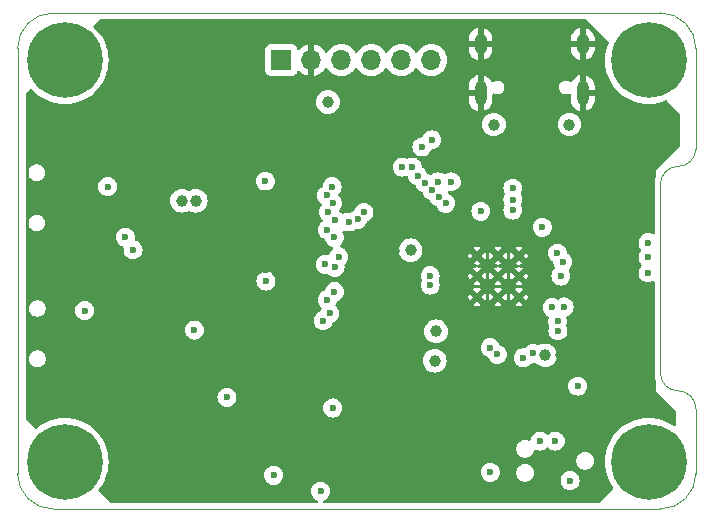
<source format=gbr>
%TF.GenerationSoftware,KiCad,Pcbnew,8.0.1-rc1*%
%TF.CreationDate,2024-04-16T22:30:49-06:00*%
%TF.ProjectId,bitaxe-ESP-OLED,62697461-7865-42d4-9553-502d4f4c4544,rev?*%
%TF.SameCoordinates,Original*%
%TF.FileFunction,Copper,L3,Inr*%
%TF.FilePolarity,Positive*%
%FSLAX46Y46*%
G04 Gerber Fmt 4.6, Leading zero omitted, Abs format (unit mm)*
G04 Created by KiCad (PCBNEW 8.0.1-rc1) date 2024-04-16 22:30:49*
%MOMM*%
%LPD*%
G01*
G04 APERTURE LIST*
%TA.AperFunction,ComponentPad*%
%ADD10C,0.800000*%
%TD*%
%TA.AperFunction,ComponentPad*%
%ADD11C,6.400000*%
%TD*%
%TA.AperFunction,ComponentPad*%
%ADD12O,1.000000X1.800000*%
%TD*%
%TA.AperFunction,ComponentPad*%
%ADD13O,1.000000X2.100000*%
%TD*%
%TA.AperFunction,HeatsinkPad*%
%ADD14C,0.500000*%
%TD*%
%TA.AperFunction,ComponentPad*%
%ADD15R,1.700000X1.700000*%
%TD*%
%TA.AperFunction,ComponentPad*%
%ADD16O,1.700000X1.700000*%
%TD*%
%TA.AperFunction,ViaPad*%
%ADD17C,0.600000*%
%TD*%
%TA.AperFunction,ViaPad*%
%ADD18C,1.000000*%
%TD*%
%TA.AperFunction,Profile*%
%ADD19C,0.100000*%
%TD*%
G04 APERTURE END LIST*
D10*
%TO.N,N/C*%
%TO.C,H1*%
X131173000Y-66000000D03*
X131875944Y-64302944D03*
X131875944Y-67697056D03*
X133573000Y-63600000D03*
D11*
X133573000Y-66000000D03*
D10*
X133573000Y-68400000D03*
X135270056Y-64302944D03*
X135270056Y-67697056D03*
X135973000Y-66000000D03*
%TD*%
%TO.N,N/C*%
%TO.C,H3*%
X131173000Y-100000000D03*
X131875944Y-98302944D03*
X131875944Y-101697056D03*
X133573000Y-97600000D03*
D11*
X133573000Y-100000000D03*
D10*
X133573000Y-102400000D03*
X135270056Y-98302944D03*
X135270056Y-101697056D03*
X135973000Y-100000000D03*
%TD*%
%TO.N,N/C*%
%TO.C,H2*%
X180600000Y-66000000D03*
X181302944Y-64302944D03*
X181302944Y-67697056D03*
X183000000Y-63600000D03*
D11*
X183000000Y-66000000D03*
D10*
X183000000Y-68400000D03*
X184697056Y-64302944D03*
X184697056Y-67697056D03*
X185400000Y-66000000D03*
%TD*%
%TO.N,N/C*%
%TO.C,H4*%
X180600000Y-100000000D03*
X181302944Y-98302944D03*
X181302944Y-101697056D03*
X183000000Y-97600000D03*
D11*
X183000000Y-100000000D03*
D10*
X183000000Y-102400000D03*
X184697056Y-98302944D03*
X184697056Y-101697056D03*
X185400000Y-100000000D03*
%TD*%
D12*
%TO.N,GND*%
%TO.C,J2*%
X168780000Y-64625000D03*
D13*
X168780000Y-68805000D03*
D12*
X177420000Y-64625000D03*
D13*
X177420000Y-68805000D03*
%TD*%
D14*
%TO.N,GND*%
%TO.C,U2*%
X168500000Y-82550000D03*
X168500000Y-84300000D03*
X168500000Y-86050000D03*
X170250000Y-82550000D03*
X170250000Y-84300000D03*
X170250000Y-86050000D03*
X172000000Y-82550000D03*
X172000000Y-84300000D03*
X172000000Y-86050000D03*
%TD*%
D15*
%TO.N,/5V_BAP*%
%TO.C,J1*%
X151900000Y-66000000D03*
D16*
%TO.N,GND*%
X154440000Y-66000000D03*
%TO.N,/BAP_TX*%
X156980000Y-66000000D03*
%TO.N,/BAP_RX*%
X159520000Y-66000000D03*
%TO.N,/GPIO1*%
X162060000Y-66000000D03*
%TO.N,/GPIO2*%
X164600000Y-66000000D03*
%TD*%
D17*
%TO.N,/LCD_BLK*%
X144550000Y-88850000D03*
X177000000Y-93600000D03*
%TO.N,/TP_RESET*%
X174000000Y-80150000D03*
%TO.N,/BAP_RX*%
X164650000Y-72750000D03*
%TO.N,/BAP_TX*%
X163800000Y-73350000D03*
X165200000Y-76300000D03*
%TO.N,/BAP_RX*%
X166300000Y-76300000D03*
%TO.N,/P_RX*%
X173800000Y-98250000D03*
%TO.N,/P_TX*%
X175100000Y-98250000D03*
%TO.N,/3V3*%
X176350000Y-101600000D03*
%TO.N,GND*%
X175100000Y-101600000D03*
X134700000Y-79600000D03*
X150600000Y-77250000D03*
X164815000Y-94900000D03*
D18*
X145200000Y-72400000D03*
D17*
X169700000Y-77200000D03*
X151800000Y-88050000D03*
X155750000Y-99000000D03*
X171650000Y-94670000D03*
X159650000Y-97900000D03*
X141400000Y-97950000D03*
D18*
X140250000Y-72500000D03*
X142700000Y-66550000D03*
D17*
X133800000Y-75350000D03*
X174850000Y-73900000D03*
X171850000Y-73900000D03*
X151950000Y-80250000D03*
X182900000Y-85250000D03*
X144650000Y-87850000D03*
D18*
X156850000Y-74700000D03*
D17*
X176250000Y-79650000D03*
X168400000Y-91200000D03*
X133800000Y-90350000D03*
X151650000Y-75350000D03*
D18*
X175550000Y-90950000D03*
X160700000Y-89200000D03*
D17*
X133800000Y-87900000D03*
D18*
X156850000Y-91350000D03*
D17*
X150600000Y-83750000D03*
D18*
X161450000Y-82150000D03*
D17*
X151900000Y-90600000D03*
D18*
%TO.N,/VBUS*%
X176300000Y-71450000D03*
X169900000Y-71450000D03*
X155850000Y-69550000D03*
D17*
%TO.N,/RESET*%
X164500000Y-85050000D03*
X139350000Y-82050000D03*
%TO.N,/UI1*%
X151250000Y-101150000D03*
%TO.N,/UI2*%
X169600000Y-100900000D03*
%TO.N,/3V3*%
X137200000Y-76700000D03*
X155220000Y-102500000D03*
D18*
X162850000Y-82100000D03*
X174250000Y-91000000D03*
X165005971Y-88950000D03*
D17*
X150600000Y-84700000D03*
D18*
X144650000Y-77900000D03*
D17*
X150550000Y-76250000D03*
X156250000Y-95450000D03*
D18*
X143500000Y-77900000D03*
D17*
X135250000Y-87200000D03*
D18*
X164900000Y-91450000D03*
D17*
X147300000Y-94550000D03*
X168800000Y-78800000D03*
%TO.N,/GPIO0*%
X164500000Y-84250000D03*
X138700000Y-81000000D03*
%TO.N,/I2C_SCL*%
X157600000Y-79699997D03*
X171500000Y-78700000D03*
%TO.N,/I2C_SCK*%
X158369222Y-79480223D03*
X171500000Y-77800000D03*
%TO.N,/TP_INT*%
X158900811Y-78882380D03*
X171500000Y-76850000D03*
%TO.N,/SPI_CS*%
X175739951Y-83075735D03*
X182950000Y-81450000D03*
%TO.N,/SPI_Q*%
X182950000Y-82700000D03*
X175574265Y-84275735D03*
%TO.N,/SPI_WP*%
X175284597Y-82349023D03*
X182950000Y-84000000D03*
%TO.N,/LCD_D5*%
X169591469Y-90346804D03*
X156400000Y-85600000D03*
%TO.N,/LCD_WR*%
X165250000Y-77550000D03*
X155874265Y-78874265D03*
%TO.N,/LCD_D2*%
X156750000Y-82650000D03*
X173217157Y-90832843D03*
%TO.N,/LCD_D3*%
X156450000Y-83550000D03*
X172400000Y-91200000D03*
%TO.N,/LCD_D4*%
X170191469Y-90906468D03*
X155607108Y-83292892D03*
%TO.N,/LCD_CS*%
X164050000Y-76400000D03*
X155750000Y-77450000D03*
%TO.N,/LCD_D0*%
X155800000Y-80350000D03*
X175299264Y-88099264D03*
%TO.N,/LCD_D6*%
X174838815Y-86937935D03*
X155800000Y-86300000D03*
%TO.N,/TP_RESET*%
X155450000Y-88050000D03*
%TO.N,/LCD_DC*%
X156250000Y-78100000D03*
X164650000Y-77000000D03*
%TO.N,/LCD_RD*%
X156450000Y-79550000D03*
X165825078Y-78115687D03*
%TO.N,/LCD_D1*%
X175323529Y-88923529D03*
X156400000Y-81000000D03*
%TO.N,/LCD_D7*%
X155988140Y-87450000D03*
X175850000Y-86900000D03*
%TO.N,/LCD_RES*%
X163450000Y-75800000D03*
X156200000Y-76700000D03*
%TO.N,/GPIO2*%
X163000000Y-75050000D03*
%TO.N,/GPIO1*%
X162150000Y-75050000D03*
%TD*%
%TA.AperFunction,Conductor*%
%TO.N,GND*%
G36*
X177715808Y-62528428D02*
G01*
X177736329Y-62544919D01*
X178643434Y-63448248D01*
X179579048Y-64379968D01*
X179612661Y-64441221D01*
X179607822Y-64510923D01*
X179607314Y-64512270D01*
X179475788Y-64854905D01*
X179375397Y-65229570D01*
X179375397Y-65229572D01*
X179314722Y-65612660D01*
X179294422Y-65999999D01*
X179294422Y-66000000D01*
X179314722Y-66387339D01*
X179326811Y-66463664D01*
X179375398Y-66770433D01*
X179411312Y-66904468D01*
X179475788Y-67145094D01*
X179614787Y-67507197D01*
X179790877Y-67852793D01*
X180002122Y-68178082D01*
X180002124Y-68178084D01*
X180246219Y-68479516D01*
X180520484Y-68753781D01*
X180662774Y-68869005D01*
X180821917Y-68997877D01*
X181147206Y-69209122D01*
X181147211Y-69209125D01*
X181492806Y-69385214D01*
X181854913Y-69524214D01*
X182229567Y-69624602D01*
X182612662Y-69685278D01*
X182978576Y-69704455D01*
X182999999Y-69705578D01*
X183000000Y-69705578D01*
X183000001Y-69705578D01*
X183020301Y-69704514D01*
X183387338Y-69685278D01*
X183770433Y-69624602D01*
X184145087Y-69524214D01*
X184458805Y-69403788D01*
X184528443Y-69398141D01*
X184590082Y-69431041D01*
X184591293Y-69432246D01*
X185614053Y-70463746D01*
X185647277Y-70525211D01*
X185650000Y-70551053D01*
X185650000Y-73251299D01*
X185630315Y-73318338D01*
X185613622Y-73339040D01*
X183650000Y-75300000D01*
X183650000Y-75714072D01*
X183640561Y-75761525D01*
X183601608Y-75855565D01*
X183601602Y-75855581D01*
X183533730Y-76108884D01*
X183532168Y-76120750D01*
X183499500Y-76368872D01*
X183499500Y-80625503D01*
X183479815Y-80692542D01*
X183427011Y-80738297D01*
X183357853Y-80748241D01*
X183309532Y-80730499D01*
X183299526Y-80724212D01*
X183129254Y-80664631D01*
X183129249Y-80664630D01*
X182950004Y-80644435D01*
X182949996Y-80644435D01*
X182770750Y-80664630D01*
X182770745Y-80664631D01*
X182600476Y-80724211D01*
X182447737Y-80820184D01*
X182320184Y-80947737D01*
X182224211Y-81100476D01*
X182164631Y-81270745D01*
X182164630Y-81270750D01*
X182144435Y-81449996D01*
X182144435Y-81450003D01*
X182164630Y-81629249D01*
X182164631Y-81629254D01*
X182224211Y-81799523D01*
X182320184Y-81952262D01*
X182355241Y-81987319D01*
X182388726Y-82048642D01*
X182383742Y-82118334D01*
X182355241Y-82162681D01*
X182320184Y-82197737D01*
X182224211Y-82350476D01*
X182164631Y-82520745D01*
X182164630Y-82520750D01*
X182144435Y-82699996D01*
X182144435Y-82700003D01*
X182164630Y-82879249D01*
X182164631Y-82879254D01*
X182224211Y-83049523D01*
X182320184Y-83202262D01*
X182380241Y-83262319D01*
X182413726Y-83323642D01*
X182408742Y-83393334D01*
X182380241Y-83437681D01*
X182320184Y-83497737D01*
X182224211Y-83650476D01*
X182164631Y-83820745D01*
X182164630Y-83820750D01*
X182144435Y-83999996D01*
X182144435Y-84000003D01*
X182164630Y-84179249D01*
X182164631Y-84179254D01*
X182224211Y-84349523D01*
X182290477Y-84454984D01*
X182320184Y-84502262D01*
X182447738Y-84629816D01*
X182503962Y-84665144D01*
X182549736Y-84693906D01*
X182600478Y-84725789D01*
X182738649Y-84774137D01*
X182770745Y-84785368D01*
X182770750Y-84785369D01*
X182949996Y-84805565D01*
X182950000Y-84805565D01*
X182950004Y-84805565D01*
X183129249Y-84785369D01*
X183129252Y-84785368D01*
X183129255Y-84785368D01*
X183299522Y-84725789D01*
X183299524Y-84725788D01*
X183309527Y-84719503D01*
X183376764Y-84700502D01*
X183443599Y-84720869D01*
X183488814Y-84774137D01*
X183499500Y-84824496D01*
X183499500Y-92631127D01*
X183521001Y-92794435D01*
X183533730Y-92891116D01*
X183554916Y-92970184D01*
X183601601Y-93144417D01*
X183640561Y-93238473D01*
X183650000Y-93285926D01*
X183650000Y-94000000D01*
X185263681Y-95613681D01*
X185297166Y-95675004D01*
X185300000Y-95701362D01*
X185300000Y-96852917D01*
X185280315Y-96919956D01*
X185227511Y-96965711D01*
X185158353Y-96975655D01*
X185108465Y-96956912D01*
X184852793Y-96790877D01*
X184507197Y-96614787D01*
X184145094Y-96475788D01*
X184145087Y-96475786D01*
X183770433Y-96375398D01*
X183770429Y-96375397D01*
X183770428Y-96375397D01*
X183387339Y-96314722D01*
X183000001Y-96294422D01*
X182999999Y-96294422D01*
X182612660Y-96314722D01*
X182229572Y-96375397D01*
X182229570Y-96375397D01*
X181854905Y-96475788D01*
X181492802Y-96614787D01*
X181147206Y-96790877D01*
X180821917Y-97002122D01*
X180520488Y-97246215D01*
X180520480Y-97246222D01*
X180246222Y-97520480D01*
X180246215Y-97520488D01*
X180002122Y-97821917D01*
X179790877Y-98147206D01*
X179614787Y-98492802D01*
X179475788Y-98854905D01*
X179375397Y-99229570D01*
X179375397Y-99229572D01*
X179314722Y-99612660D01*
X179294422Y-99999999D01*
X179294422Y-100000000D01*
X179314722Y-100387339D01*
X179367166Y-100718458D01*
X179375398Y-100770433D01*
X179458146Y-101079255D01*
X179475788Y-101145094D01*
X179614787Y-101507197D01*
X179790877Y-101852793D01*
X179990796Y-102160642D01*
X180010800Y-102227587D01*
X179991434Y-102294719D01*
X179974813Y-102315527D01*
X178836118Y-103462850D01*
X178774921Y-103496566D01*
X178748106Y-103499500D01*
X155517114Y-103499500D01*
X155450075Y-103479815D01*
X155404320Y-103427011D01*
X155394376Y-103357853D01*
X155423401Y-103294297D01*
X155476160Y-103258458D01*
X155512531Y-103245730D01*
X155569522Y-103225789D01*
X155722262Y-103129816D01*
X155849816Y-103002262D01*
X155945789Y-102849522D01*
X156005368Y-102679255D01*
X156025565Y-102500000D01*
X156019253Y-102443980D01*
X156005369Y-102320750D01*
X156005368Y-102320745D01*
X155996261Y-102294719D01*
X155945789Y-102150478D01*
X155849816Y-101997738D01*
X155722262Y-101870184D01*
X155569523Y-101774211D01*
X155399254Y-101714631D01*
X155399249Y-101714630D01*
X155220004Y-101694435D01*
X155219996Y-101694435D01*
X155040750Y-101714630D01*
X155040745Y-101714631D01*
X154870476Y-101774211D01*
X154717737Y-101870184D01*
X154590184Y-101997737D01*
X154494211Y-102150476D01*
X154434631Y-102320745D01*
X154434630Y-102320750D01*
X154414435Y-102499996D01*
X154414435Y-102500003D01*
X154434630Y-102679249D01*
X154434631Y-102679254D01*
X154494211Y-102849523D01*
X154587428Y-102997876D01*
X154590184Y-103002262D01*
X154717738Y-103129816D01*
X154850438Y-103213197D01*
X154870478Y-103225789D01*
X154963840Y-103258458D01*
X155020617Y-103299180D01*
X155046364Y-103364133D01*
X155032908Y-103432694D01*
X154984521Y-103483097D01*
X154922886Y-103499500D01*
X137510978Y-103499500D01*
X137443939Y-103479815D01*
X137423980Y-103463859D01*
X136450216Y-102505042D01*
X136416258Y-102443980D01*
X136420704Y-102374252D01*
X136440848Y-102338654D01*
X136570876Y-102178084D01*
X136782125Y-101852789D01*
X136958214Y-101507194D01*
X137095327Y-101150003D01*
X150444435Y-101150003D01*
X150464630Y-101329249D01*
X150464631Y-101329254D01*
X150524211Y-101499523D01*
X150587347Y-101600003D01*
X150620184Y-101652262D01*
X150747738Y-101779816D01*
X150838080Y-101836582D01*
X150891557Y-101870184D01*
X150900478Y-101875789D01*
X150930617Y-101886335D01*
X151070745Y-101935368D01*
X151070750Y-101935369D01*
X151249996Y-101955565D01*
X151250000Y-101955565D01*
X151250004Y-101955565D01*
X151429249Y-101935369D01*
X151429252Y-101935368D01*
X151429255Y-101935368D01*
X151599522Y-101875789D01*
X151752262Y-101779816D01*
X151879816Y-101652262D01*
X151975789Y-101499522D01*
X152035368Y-101329255D01*
X152039873Y-101289275D01*
X152055565Y-101150003D01*
X152055565Y-101149996D01*
X152035369Y-100970750D01*
X152035368Y-100970745D01*
X152010614Y-100900003D01*
X168794435Y-100900003D01*
X168814630Y-101079249D01*
X168814631Y-101079254D01*
X168874211Y-101249523D01*
X168970184Y-101402262D01*
X169097738Y-101529816D01*
X169250478Y-101625789D01*
X169328637Y-101653138D01*
X169420745Y-101685368D01*
X169420750Y-101685369D01*
X169599996Y-101705565D01*
X169600000Y-101705565D01*
X169600004Y-101705565D01*
X169779249Y-101685369D01*
X169779252Y-101685368D01*
X169779255Y-101685368D01*
X169949522Y-101625789D01*
X170102262Y-101529816D01*
X170229816Y-101402262D01*
X170325789Y-101249522D01*
X170385368Y-101079255D01*
X170393232Y-101009459D01*
X171799200Y-101009459D01*
X171827858Y-101153534D01*
X171827861Y-101153544D01*
X171884078Y-101289266D01*
X171884083Y-101289275D01*
X171965698Y-101411419D01*
X171965701Y-101411423D01*
X172069576Y-101515298D01*
X172069580Y-101515301D01*
X172191724Y-101596916D01*
X172191733Y-101596921D01*
X172199174Y-101600003D01*
X172327458Y-101653140D01*
X172471540Y-101681799D01*
X172471544Y-101681800D01*
X172471545Y-101681800D01*
X172618456Y-101681800D01*
X172618457Y-101681799D01*
X172762542Y-101653140D01*
X172890826Y-101600003D01*
X175544435Y-101600003D01*
X175564630Y-101779249D01*
X175564631Y-101779254D01*
X175624211Y-101949523D01*
X175654507Y-101997738D01*
X175720184Y-102102262D01*
X175847738Y-102229816D01*
X175938080Y-102286582D01*
X175992450Y-102320745D01*
X176000478Y-102325789D01*
X176037233Y-102338650D01*
X176170745Y-102385368D01*
X176170750Y-102385369D01*
X176349996Y-102405565D01*
X176350000Y-102405565D01*
X176350004Y-102405565D01*
X176529249Y-102385369D01*
X176529252Y-102385368D01*
X176529255Y-102385368D01*
X176699522Y-102325789D01*
X176852262Y-102229816D01*
X176979816Y-102102262D01*
X177075789Y-101949522D01*
X177135368Y-101779255D01*
X177135369Y-101779249D01*
X177155565Y-101600003D01*
X177155565Y-101599996D01*
X177135369Y-101420750D01*
X177135368Y-101420745D01*
X177132105Y-101411419D01*
X177075789Y-101250478D01*
X177075188Y-101249522D01*
X176979815Y-101097737D01*
X176852262Y-100970184D01*
X176699523Y-100874211D01*
X176529254Y-100814631D01*
X176529249Y-100814630D01*
X176350004Y-100794435D01*
X176349996Y-100794435D01*
X176170750Y-100814630D01*
X176170745Y-100814631D01*
X176000476Y-100874211D01*
X175847737Y-100970184D01*
X175720184Y-101097737D01*
X175624211Y-101250476D01*
X175564631Y-101420745D01*
X175564630Y-101420750D01*
X175544435Y-101599996D01*
X175544435Y-101600003D01*
X172890826Y-101600003D01*
X172898269Y-101596920D01*
X173020420Y-101515301D01*
X173124301Y-101411420D01*
X173205920Y-101289269D01*
X173262140Y-101153542D01*
X173290800Y-101009455D01*
X173290800Y-100862545D01*
X173262140Y-100718458D01*
X173205920Y-100582731D01*
X173205919Y-100582730D01*
X173205916Y-100582724D01*
X173124301Y-100460580D01*
X173124298Y-100460576D01*
X173020423Y-100356701D01*
X173020419Y-100356698D01*
X172898275Y-100275083D01*
X172898266Y-100275078D01*
X172762544Y-100218861D01*
X172762545Y-100218861D01*
X172762542Y-100218860D01*
X172762538Y-100218859D01*
X172762534Y-100218858D01*
X172618459Y-100190200D01*
X172618455Y-100190200D01*
X172471545Y-100190200D01*
X172471540Y-100190200D01*
X172327465Y-100218858D01*
X172327455Y-100218861D01*
X172191733Y-100275078D01*
X172191724Y-100275083D01*
X172069580Y-100356698D01*
X172069576Y-100356701D01*
X171965701Y-100460576D01*
X171965698Y-100460580D01*
X171884083Y-100582724D01*
X171884078Y-100582733D01*
X171827861Y-100718455D01*
X171827858Y-100718465D01*
X171799200Y-100862540D01*
X171799200Y-101009459D01*
X170393232Y-101009459D01*
X170405565Y-100900003D01*
X170405565Y-100899996D01*
X170385369Y-100720750D01*
X170385368Y-100720745D01*
X170366142Y-100665800D01*
X170325789Y-100550478D01*
X170229816Y-100397738D01*
X170102262Y-100270184D01*
X169949523Y-100174211D01*
X169779254Y-100114631D01*
X169779249Y-100114630D01*
X169600004Y-100094435D01*
X169599996Y-100094435D01*
X169420750Y-100114630D01*
X169420745Y-100114631D01*
X169250476Y-100174211D01*
X169097737Y-100270184D01*
X168970184Y-100397737D01*
X168874211Y-100550476D01*
X168814631Y-100720745D01*
X168814630Y-100720750D01*
X168794435Y-100899996D01*
X168794435Y-100900003D01*
X152010614Y-100900003D01*
X151997505Y-100862540D01*
X151975789Y-100800478D01*
X151956910Y-100770433D01*
X151936582Y-100738080D01*
X151879816Y-100647738D01*
X151752262Y-100520184D01*
X151657397Y-100460576D01*
X151599523Y-100424211D01*
X151429254Y-100364631D01*
X151429249Y-100364630D01*
X151250004Y-100344435D01*
X151249996Y-100344435D01*
X151070750Y-100364630D01*
X151070745Y-100364631D01*
X150900476Y-100424211D01*
X150747737Y-100520184D01*
X150620184Y-100647737D01*
X150524211Y-100800476D01*
X150464631Y-100970745D01*
X150464630Y-100970750D01*
X150444435Y-101149996D01*
X150444435Y-101150003D01*
X137095327Y-101150003D01*
X137097214Y-101145087D01*
X137197602Y-100770433D01*
X137258278Y-100387338D01*
X137278578Y-100000000D01*
X137278235Y-99993459D01*
X176879200Y-99993459D01*
X176907858Y-100137534D01*
X176907861Y-100137544D01*
X176964078Y-100273266D01*
X176964083Y-100273275D01*
X177045698Y-100395419D01*
X177045701Y-100395423D01*
X177149576Y-100499298D01*
X177149580Y-100499301D01*
X177271724Y-100580916D01*
X177271730Y-100580919D01*
X177271731Y-100580920D01*
X177407458Y-100637140D01*
X177551540Y-100665799D01*
X177551544Y-100665800D01*
X177551545Y-100665800D01*
X177698456Y-100665800D01*
X177698457Y-100665799D01*
X177842542Y-100637140D01*
X177978269Y-100580920D01*
X178100420Y-100499301D01*
X178204301Y-100395420D01*
X178285920Y-100273269D01*
X178342140Y-100137542D01*
X178370800Y-99993455D01*
X178370800Y-99846545D01*
X178342140Y-99702458D01*
X178285920Y-99566731D01*
X178285919Y-99566730D01*
X178285916Y-99566724D01*
X178204301Y-99444580D01*
X178204298Y-99444576D01*
X178100423Y-99340701D01*
X178100419Y-99340698D01*
X177978275Y-99259083D01*
X177978266Y-99259078D01*
X177842544Y-99202861D01*
X177842545Y-99202861D01*
X177842542Y-99202860D01*
X177842538Y-99202859D01*
X177842534Y-99202858D01*
X177698459Y-99174200D01*
X177698455Y-99174200D01*
X177551545Y-99174200D01*
X177551540Y-99174200D01*
X177407465Y-99202858D01*
X177407455Y-99202861D01*
X177271733Y-99259078D01*
X177271724Y-99259083D01*
X177149580Y-99340698D01*
X177149576Y-99340701D01*
X177045701Y-99444576D01*
X177045698Y-99444580D01*
X176964083Y-99566724D01*
X176964078Y-99566733D01*
X176907861Y-99702455D01*
X176907858Y-99702465D01*
X176879200Y-99846540D01*
X176879200Y-99993459D01*
X137278235Y-99993459D01*
X137258278Y-99612662D01*
X137197602Y-99229567D01*
X137130050Y-98977459D01*
X171799200Y-98977459D01*
X171827858Y-99121534D01*
X171827861Y-99121544D01*
X171884078Y-99257266D01*
X171884083Y-99257275D01*
X171965698Y-99379419D01*
X171965701Y-99379423D01*
X172069576Y-99483298D01*
X172069580Y-99483301D01*
X172191724Y-99564916D01*
X172191730Y-99564919D01*
X172191731Y-99564920D01*
X172327458Y-99621140D01*
X172471540Y-99649799D01*
X172471544Y-99649800D01*
X172471545Y-99649800D01*
X172618456Y-99649800D01*
X172618457Y-99649799D01*
X172762542Y-99621140D01*
X172898269Y-99564920D01*
X173020420Y-99483301D01*
X173124301Y-99379420D01*
X173205920Y-99257269D01*
X173262140Y-99121542D01*
X173273838Y-99062728D01*
X173306222Y-99000820D01*
X173366937Y-98966245D01*
X173436707Y-98969984D01*
X173449264Y-98975204D01*
X173450471Y-98975784D01*
X173450478Y-98975789D01*
X173620745Y-99035368D01*
X173620750Y-99035369D01*
X173799996Y-99055565D01*
X173800000Y-99055565D01*
X173800004Y-99055565D01*
X173979249Y-99035369D01*
X173979252Y-99035368D01*
X173979255Y-99035368D01*
X174149522Y-98975789D01*
X174302262Y-98879816D01*
X174362319Y-98819759D01*
X174423642Y-98786274D01*
X174493334Y-98791258D01*
X174537681Y-98819759D01*
X174597738Y-98879816D01*
X174750478Y-98975789D01*
X174920745Y-99035368D01*
X174920750Y-99035369D01*
X175099996Y-99055565D01*
X175100000Y-99055565D01*
X175100004Y-99055565D01*
X175279249Y-99035369D01*
X175279252Y-99035368D01*
X175279255Y-99035368D01*
X175449522Y-98975789D01*
X175602262Y-98879816D01*
X175729816Y-98752262D01*
X175825789Y-98599522D01*
X175885368Y-98429255D01*
X175885445Y-98428576D01*
X175905565Y-98250003D01*
X175905565Y-98249996D01*
X175885369Y-98070750D01*
X175885368Y-98070745D01*
X175825788Y-97900476D01*
X175776425Y-97821916D01*
X175729816Y-97747738D01*
X175602262Y-97620184D01*
X175449523Y-97524211D01*
X175279254Y-97464631D01*
X175279249Y-97464630D01*
X175100004Y-97444435D01*
X175099996Y-97444435D01*
X174920750Y-97464630D01*
X174920745Y-97464631D01*
X174750476Y-97524211D01*
X174597737Y-97620184D01*
X174537681Y-97680241D01*
X174476358Y-97713726D01*
X174406666Y-97708742D01*
X174362319Y-97680241D01*
X174302262Y-97620184D01*
X174149523Y-97524211D01*
X173979254Y-97464631D01*
X173979249Y-97464630D01*
X173800004Y-97444435D01*
X173799996Y-97444435D01*
X173620750Y-97464630D01*
X173620745Y-97464631D01*
X173450476Y-97524211D01*
X173297737Y-97620184D01*
X173170184Y-97747737D01*
X173074211Y-97900476D01*
X173014631Y-98070745D01*
X173014630Y-98070749D01*
X173009339Y-98117714D01*
X172982272Y-98182128D01*
X172924677Y-98221683D01*
X172854840Y-98223820D01*
X172838667Y-98218391D01*
X172762548Y-98186862D01*
X172762544Y-98186860D01*
X172762542Y-98186860D01*
X172762538Y-98186859D01*
X172762534Y-98186858D01*
X172618459Y-98158200D01*
X172618455Y-98158200D01*
X172471545Y-98158200D01*
X172471540Y-98158200D01*
X172327465Y-98186858D01*
X172327455Y-98186861D01*
X172191733Y-98243078D01*
X172191729Y-98243081D01*
X172069580Y-98324698D01*
X172069576Y-98324701D01*
X171965701Y-98428576D01*
X171965698Y-98428580D01*
X171884083Y-98550724D01*
X171884078Y-98550733D01*
X171827861Y-98686455D01*
X171827858Y-98686465D01*
X171799200Y-98830540D01*
X171799200Y-98977459D01*
X137130050Y-98977459D01*
X137097214Y-98854913D01*
X136958214Y-98492806D01*
X136782125Y-98147211D01*
X136782122Y-98147206D01*
X136570877Y-97821917D01*
X136456150Y-97680241D01*
X136326781Y-97520484D01*
X136052516Y-97246219D01*
X135990887Y-97196313D01*
X135751082Y-97002122D01*
X135425793Y-96790877D01*
X135080197Y-96614787D01*
X134718094Y-96475788D01*
X134718087Y-96475786D01*
X134343433Y-96375398D01*
X134343429Y-96375397D01*
X134343428Y-96375397D01*
X133960339Y-96314722D01*
X133573001Y-96294422D01*
X133572999Y-96294422D01*
X133185660Y-96314722D01*
X132802572Y-96375397D01*
X132802570Y-96375397D01*
X132427905Y-96475788D01*
X132065802Y-96614787D01*
X131720206Y-96790877D01*
X131394918Y-97002122D01*
X131188318Y-97169422D01*
X131123831Y-97196313D01*
X131055042Y-97184070D01*
X131023283Y-97161412D01*
X130287000Y-96436432D01*
X130253041Y-96375370D01*
X130250000Y-96348075D01*
X130250000Y-95450003D01*
X155444435Y-95450003D01*
X155464630Y-95629249D01*
X155464631Y-95629254D01*
X155524211Y-95799523D01*
X155587660Y-95900500D01*
X155620184Y-95952262D01*
X155747738Y-96079816D01*
X155900478Y-96175789D01*
X156070745Y-96235368D01*
X156070750Y-96235369D01*
X156249996Y-96255565D01*
X156250000Y-96255565D01*
X156250004Y-96255565D01*
X156429249Y-96235369D01*
X156429252Y-96235368D01*
X156429255Y-96235368D01*
X156599522Y-96175789D01*
X156752262Y-96079816D01*
X156879816Y-95952262D01*
X156975789Y-95799522D01*
X157035368Y-95629255D01*
X157037123Y-95613681D01*
X157055565Y-95450003D01*
X157055565Y-95449996D01*
X157035369Y-95270750D01*
X157035368Y-95270745D01*
X156975789Y-95100478D01*
X156879816Y-94947738D01*
X156752262Y-94820184D01*
X156615641Y-94734339D01*
X156599523Y-94724211D01*
X156429254Y-94664631D01*
X156429249Y-94664630D01*
X156250004Y-94644435D01*
X156249996Y-94644435D01*
X156070750Y-94664630D01*
X156070745Y-94664631D01*
X155900476Y-94724211D01*
X155747737Y-94820184D01*
X155620184Y-94947737D01*
X155524211Y-95100476D01*
X155464631Y-95270745D01*
X155464630Y-95270750D01*
X155444435Y-95449996D01*
X155444435Y-95450003D01*
X130250000Y-95450003D01*
X130250000Y-94550003D01*
X146494435Y-94550003D01*
X146514630Y-94729249D01*
X146514631Y-94729254D01*
X146574211Y-94899523D01*
X146670184Y-95052262D01*
X146797738Y-95179816D01*
X146888080Y-95236582D01*
X146942450Y-95270745D01*
X146950478Y-95275789D01*
X147120745Y-95335368D01*
X147120750Y-95335369D01*
X147299996Y-95355565D01*
X147300000Y-95355565D01*
X147300004Y-95355565D01*
X147479249Y-95335369D01*
X147479252Y-95335368D01*
X147479255Y-95335368D01*
X147649522Y-95275789D01*
X147802262Y-95179816D01*
X147929816Y-95052262D01*
X148025789Y-94899522D01*
X148085368Y-94729255D01*
X148085369Y-94729249D01*
X148105565Y-94550003D01*
X148105565Y-94549996D01*
X148085369Y-94370750D01*
X148085368Y-94370745D01*
X148025788Y-94200476D01*
X147929815Y-94047737D01*
X147802262Y-93920184D01*
X147649523Y-93824211D01*
X147479254Y-93764631D01*
X147479249Y-93764630D01*
X147300004Y-93744435D01*
X147299996Y-93744435D01*
X147120750Y-93764630D01*
X147120745Y-93764631D01*
X146950476Y-93824211D01*
X146797737Y-93920184D01*
X146670184Y-94047737D01*
X146574211Y-94200476D01*
X146514631Y-94370745D01*
X146514630Y-94370750D01*
X146494435Y-94549996D01*
X146494435Y-94550003D01*
X130250000Y-94550003D01*
X130250000Y-93600003D01*
X176194435Y-93600003D01*
X176214630Y-93779249D01*
X176214631Y-93779254D01*
X176274211Y-93949523D01*
X176335924Y-94047738D01*
X176370184Y-94102262D01*
X176497738Y-94229816D01*
X176588080Y-94286582D01*
X176606320Y-94298043D01*
X176650478Y-94325789D01*
X176778955Y-94370745D01*
X176820745Y-94385368D01*
X176820750Y-94385369D01*
X176999996Y-94405565D01*
X177000000Y-94405565D01*
X177000004Y-94405565D01*
X177179249Y-94385369D01*
X177179252Y-94385368D01*
X177179255Y-94385368D01*
X177349522Y-94325789D01*
X177502262Y-94229816D01*
X177629816Y-94102262D01*
X177725789Y-93949522D01*
X177785368Y-93779255D01*
X177787016Y-93764630D01*
X177805565Y-93600003D01*
X177805565Y-93599996D01*
X177785369Y-93420750D01*
X177785368Y-93420745D01*
X177738193Y-93285926D01*
X177725789Y-93250478D01*
X177629816Y-93097738D01*
X177502262Y-92970184D01*
X177349523Y-92874211D01*
X177179254Y-92814631D01*
X177179249Y-92814630D01*
X177000004Y-92794435D01*
X176999996Y-92794435D01*
X176820750Y-92814630D01*
X176820745Y-92814631D01*
X176650476Y-92874211D01*
X176497737Y-92970184D01*
X176370184Y-93097737D01*
X176274211Y-93250476D01*
X176214631Y-93420745D01*
X176214630Y-93420750D01*
X176194435Y-93599996D01*
X176194435Y-93600003D01*
X130250000Y-93600003D01*
X130250000Y-91343995D01*
X130549499Y-91343995D01*
X130576418Y-91479322D01*
X130576421Y-91479332D01*
X130629221Y-91606804D01*
X130629228Y-91606817D01*
X130705885Y-91721541D01*
X130705888Y-91721545D01*
X130803454Y-91819111D01*
X130803458Y-91819114D01*
X130918182Y-91895771D01*
X130918195Y-91895778D01*
X130990649Y-91925789D01*
X131045672Y-91948580D01*
X131045676Y-91948580D01*
X131045677Y-91948581D01*
X131181004Y-91975500D01*
X131181007Y-91975500D01*
X131318995Y-91975500D01*
X131410041Y-91957389D01*
X131454328Y-91948580D01*
X131581811Y-91895775D01*
X131696542Y-91819114D01*
X131794114Y-91721542D01*
X131870775Y-91606811D01*
X131923580Y-91479328D01*
X131929414Y-91450000D01*
X163894659Y-91450000D01*
X163913975Y-91646129D01*
X163971188Y-91834733D01*
X164064086Y-92008532D01*
X164064090Y-92008539D01*
X164189116Y-92160883D01*
X164341460Y-92285909D01*
X164341467Y-92285913D01*
X164515266Y-92378811D01*
X164515269Y-92378811D01*
X164515273Y-92378814D01*
X164703868Y-92436024D01*
X164900000Y-92455341D01*
X165096132Y-92436024D01*
X165284727Y-92378814D01*
X165458538Y-92285910D01*
X165610883Y-92160883D01*
X165735910Y-92008538D01*
X165828814Y-91834727D01*
X165886024Y-91646132D01*
X165905341Y-91450000D01*
X165886024Y-91253868D01*
X165828814Y-91065273D01*
X165828811Y-91065269D01*
X165828811Y-91065266D01*
X165735913Y-90891467D01*
X165735909Y-90891460D01*
X165610883Y-90739116D01*
X165458539Y-90614090D01*
X165458532Y-90614086D01*
X165284733Y-90521188D01*
X165284727Y-90521186D01*
X165096132Y-90463976D01*
X165096129Y-90463975D01*
X164900000Y-90444659D01*
X164703870Y-90463975D01*
X164515266Y-90521188D01*
X164341467Y-90614086D01*
X164341460Y-90614090D01*
X164189116Y-90739116D01*
X164064090Y-90891460D01*
X164064086Y-90891467D01*
X163971188Y-91065266D01*
X163913975Y-91253870D01*
X163894659Y-91450000D01*
X131929414Y-91450000D01*
X131942396Y-91384733D01*
X131950500Y-91343995D01*
X131950500Y-91206004D01*
X131923581Y-91070677D01*
X131923580Y-91070676D01*
X131923580Y-91070672D01*
X131884623Y-90976620D01*
X131870778Y-90943195D01*
X131870771Y-90943182D01*
X131794114Y-90828458D01*
X131794111Y-90828454D01*
X131696545Y-90730888D01*
X131696541Y-90730885D01*
X131581817Y-90654228D01*
X131581804Y-90654221D01*
X131454332Y-90601421D01*
X131454322Y-90601418D01*
X131318995Y-90574500D01*
X131318993Y-90574500D01*
X131181007Y-90574500D01*
X131181005Y-90574500D01*
X131045677Y-90601418D01*
X131045667Y-90601421D01*
X130918195Y-90654221D01*
X130918182Y-90654228D01*
X130803458Y-90730885D01*
X130803454Y-90730888D01*
X130705888Y-90828454D01*
X130705885Y-90828458D01*
X130629228Y-90943182D01*
X130629221Y-90943195D01*
X130576421Y-91070667D01*
X130576418Y-91070677D01*
X130549500Y-91206004D01*
X130549500Y-91206007D01*
X130549500Y-91343993D01*
X130549500Y-91343995D01*
X130549499Y-91343995D01*
X130250000Y-91343995D01*
X130250000Y-90346807D01*
X168785904Y-90346807D01*
X168806099Y-90526053D01*
X168806100Y-90526058D01*
X168865680Y-90696327D01*
X168892567Y-90739117D01*
X168961653Y-90849066D01*
X169089207Y-90976620D01*
X169241947Y-91072593D01*
X169367404Y-91116492D01*
X169424180Y-91157214D01*
X169443491Y-91192579D01*
X169446088Y-91200000D01*
X169465680Y-91255990D01*
X169561653Y-91408730D01*
X169689207Y-91536284D01*
X169724624Y-91558538D01*
X169801459Y-91606817D01*
X169841947Y-91632257D01*
X170003801Y-91688892D01*
X170012214Y-91691836D01*
X170012219Y-91691837D01*
X170191465Y-91712033D01*
X170191469Y-91712033D01*
X170191473Y-91712033D01*
X170370718Y-91691837D01*
X170370721Y-91691836D01*
X170370724Y-91691836D01*
X170540991Y-91632257D01*
X170693731Y-91536284D01*
X170821285Y-91408730D01*
X170917258Y-91255990D01*
X170936849Y-91200003D01*
X171594435Y-91200003D01*
X171614630Y-91379249D01*
X171614631Y-91379254D01*
X171674211Y-91549523D01*
X171770184Y-91702262D01*
X171897738Y-91829816D01*
X172050478Y-91925789D01*
X172115611Y-91948580D01*
X172220745Y-91985368D01*
X172220750Y-91985369D01*
X172399996Y-92005565D01*
X172400000Y-92005565D01*
X172400004Y-92005565D01*
X172579249Y-91985369D01*
X172579252Y-91985368D01*
X172579255Y-91985368D01*
X172749522Y-91925789D01*
X172902262Y-91829816D01*
X173029816Y-91702262D01*
X173038219Y-91688888D01*
X173090548Y-91642599D01*
X173157094Y-91631640D01*
X173217157Y-91638408D01*
X173217161Y-91638408D01*
X173390444Y-91618884D01*
X173459266Y-91630939D01*
X173500179Y-91663438D01*
X173539118Y-91710885D01*
X173691460Y-91835909D01*
X173691467Y-91835913D01*
X173865266Y-91928811D01*
X173865269Y-91928811D01*
X173865273Y-91928814D01*
X174053868Y-91986024D01*
X174250000Y-92005341D01*
X174446132Y-91986024D01*
X174634727Y-91928814D01*
X174640387Y-91925789D01*
X174808532Y-91835913D01*
X174808538Y-91835910D01*
X174960883Y-91710883D01*
X175085910Y-91558538D01*
X175178814Y-91384727D01*
X175236024Y-91196132D01*
X175255341Y-91000000D01*
X175236024Y-90803868D01*
X175178814Y-90615273D01*
X175178811Y-90615269D01*
X175178811Y-90615266D01*
X175085913Y-90441467D01*
X175085909Y-90441460D01*
X174960883Y-90289116D01*
X174808539Y-90164090D01*
X174808532Y-90164086D01*
X174634733Y-90071188D01*
X174634727Y-90071186D01*
X174446132Y-90013976D01*
X174446129Y-90013975D01*
X174250000Y-89994659D01*
X174053870Y-90013975D01*
X173943437Y-90047475D01*
X173865273Y-90071186D01*
X173865272Y-90071186D01*
X173865267Y-90071188D01*
X173736564Y-90139982D01*
X173668162Y-90154224D01*
X173612139Y-90135618D01*
X173566680Y-90107054D01*
X173396411Y-90047474D01*
X173396406Y-90047473D01*
X173217161Y-90027278D01*
X173217153Y-90027278D01*
X173037907Y-90047473D01*
X173037902Y-90047474D01*
X172867633Y-90107054D01*
X172714894Y-90203027D01*
X172587343Y-90330578D01*
X172587339Y-90330584D01*
X172578934Y-90343959D01*
X172526597Y-90390247D01*
X172460062Y-90401202D01*
X172400000Y-90394435D01*
X172399998Y-90394435D01*
X172399996Y-90394435D01*
X172220750Y-90414630D01*
X172220745Y-90414631D01*
X172050476Y-90474211D01*
X171897737Y-90570184D01*
X171770184Y-90697737D01*
X171674211Y-90850476D01*
X171614631Y-91020745D01*
X171614630Y-91020750D01*
X171594435Y-91199996D01*
X171594435Y-91200003D01*
X170936849Y-91200003D01*
X170976837Y-91085723D01*
X170976838Y-91085717D01*
X170997034Y-90906471D01*
X170997034Y-90906464D01*
X170976838Y-90727218D01*
X170976837Y-90727213D01*
X170966523Y-90697737D01*
X170917258Y-90556946D01*
X170897850Y-90526059D01*
X170846703Y-90444659D01*
X170821285Y-90404206D01*
X170693731Y-90276652D01*
X170576558Y-90203027D01*
X170540992Y-90180679D01*
X170415532Y-90136779D01*
X170358756Y-90096057D01*
X170339445Y-90060690D01*
X170317258Y-89997282D01*
X170317258Y-89997281D01*
X170256953Y-89901308D01*
X170221285Y-89844542D01*
X170093731Y-89716988D01*
X170080854Y-89708897D01*
X169940992Y-89621015D01*
X169770723Y-89561435D01*
X169770718Y-89561434D01*
X169591473Y-89541239D01*
X169591465Y-89541239D01*
X169412219Y-89561434D01*
X169412214Y-89561435D01*
X169241945Y-89621015D01*
X169089206Y-89716988D01*
X168961653Y-89844541D01*
X168865680Y-89997280D01*
X168806100Y-90167549D01*
X168806099Y-90167554D01*
X168785904Y-90346800D01*
X168785904Y-90346807D01*
X130250000Y-90346807D01*
X130250000Y-88850003D01*
X143744435Y-88850003D01*
X143764630Y-89029249D01*
X143764631Y-89029254D01*
X143824211Y-89199523D01*
X143870412Y-89273051D01*
X143920184Y-89352262D01*
X144047738Y-89479816D01*
X144138080Y-89536582D01*
X144164758Y-89553345D01*
X144200478Y-89575789D01*
X144370745Y-89635368D01*
X144370750Y-89635369D01*
X144549996Y-89655565D01*
X144550000Y-89655565D01*
X144550004Y-89655565D01*
X144729249Y-89635369D01*
X144729252Y-89635368D01*
X144729255Y-89635368D01*
X144899522Y-89575789D01*
X145052262Y-89479816D01*
X145179816Y-89352262D01*
X145275789Y-89199522D01*
X145335368Y-89029255D01*
X145344298Y-88950000D01*
X164000630Y-88950000D01*
X164019946Y-89146129D01*
X164077159Y-89334733D01*
X164170057Y-89508532D01*
X164170061Y-89508539D01*
X164295087Y-89660883D01*
X164447431Y-89785909D01*
X164447438Y-89785913D01*
X164621237Y-89878811D01*
X164621240Y-89878811D01*
X164621244Y-89878814D01*
X164809839Y-89936024D01*
X165005971Y-89955341D01*
X165202103Y-89936024D01*
X165390698Y-89878814D01*
X165564509Y-89785910D01*
X165716854Y-89660883D01*
X165841881Y-89508538D01*
X165888333Y-89421632D01*
X165934782Y-89334733D01*
X165934782Y-89334732D01*
X165934785Y-89334727D01*
X165991995Y-89146132D01*
X166011312Y-88950000D01*
X165991995Y-88753868D01*
X165934785Y-88565273D01*
X165934782Y-88565269D01*
X165934782Y-88565266D01*
X165841884Y-88391467D01*
X165841880Y-88391460D01*
X165716854Y-88239116D01*
X165564510Y-88114090D01*
X165564503Y-88114086D01*
X165390704Y-88021188D01*
X165390698Y-88021186D01*
X165202103Y-87963976D01*
X165202100Y-87963975D01*
X165005971Y-87944659D01*
X164809841Y-87963975D01*
X164621237Y-88021188D01*
X164447438Y-88114086D01*
X164447431Y-88114090D01*
X164295087Y-88239116D01*
X164170061Y-88391460D01*
X164170057Y-88391467D01*
X164077159Y-88565266D01*
X164019946Y-88753870D01*
X164000630Y-88950000D01*
X145344298Y-88950000D01*
X145347280Y-88923532D01*
X145355565Y-88850003D01*
X145355565Y-88849996D01*
X145335369Y-88670750D01*
X145335368Y-88670745D01*
X145275788Y-88500476D01*
X145207293Y-88391467D01*
X145179816Y-88347738D01*
X145052262Y-88220184D01*
X144981608Y-88175789D01*
X144899523Y-88124211D01*
X144729254Y-88064631D01*
X144729249Y-88064630D01*
X144599424Y-88050003D01*
X154644435Y-88050003D01*
X154664630Y-88229249D01*
X154664631Y-88229254D01*
X154724211Y-88399523D01*
X154787646Y-88500478D01*
X154820184Y-88552262D01*
X154947738Y-88679816D01*
X155100478Y-88775789D01*
X155270745Y-88835368D01*
X155270750Y-88835369D01*
X155449996Y-88855565D01*
X155450000Y-88855565D01*
X155450004Y-88855565D01*
X155629249Y-88835369D01*
X155629252Y-88835368D01*
X155629255Y-88835368D01*
X155799522Y-88775789D01*
X155952262Y-88679816D01*
X156079816Y-88552262D01*
X156175789Y-88399522D01*
X156222692Y-88265478D01*
X156263412Y-88208705D01*
X156298775Y-88189395D01*
X156337662Y-88175789D01*
X156490402Y-88079816D01*
X156617956Y-87952262D01*
X156713929Y-87799522D01*
X156773508Y-87629255D01*
X156773899Y-87625789D01*
X156793705Y-87450003D01*
X156793705Y-87449996D01*
X156773509Y-87270750D01*
X156773508Y-87270745D01*
X156759017Y-87229332D01*
X156713929Y-87100478D01*
X156709855Y-87093995D01*
X156672805Y-87035030D01*
X156617956Y-86947738D01*
X156608156Y-86937938D01*
X174033250Y-86937938D01*
X174053445Y-87117184D01*
X174053446Y-87117189D01*
X174113026Y-87287458D01*
X174185163Y-87402262D01*
X174208999Y-87440197D01*
X174336553Y-87567751D01*
X174425135Y-87623411D01*
X174495189Y-87667429D01*
X174494194Y-87669011D01*
X174539107Y-87709555D01*
X174557426Y-87776980D01*
X174550494Y-87815416D01*
X174513896Y-87920006D01*
X174513894Y-87920014D01*
X174493699Y-88099260D01*
X174493699Y-88099267D01*
X174513894Y-88278513D01*
X174513897Y-88278526D01*
X174573473Y-88448782D01*
X174573477Y-88448791D01*
X174585433Y-88467819D01*
X174604433Y-88535056D01*
X174597481Y-88574744D01*
X174538161Y-88744271D01*
X174538159Y-88744279D01*
X174517964Y-88923525D01*
X174517964Y-88923532D01*
X174538159Y-89102778D01*
X174538160Y-89102783D01*
X174597740Y-89273052D01*
X174693713Y-89425791D01*
X174821267Y-89553345D01*
X174911609Y-89610111D01*
X174951805Y-89635368D01*
X174974007Y-89649318D01*
X175144274Y-89708897D01*
X175144279Y-89708898D01*
X175323525Y-89729094D01*
X175323529Y-89729094D01*
X175323533Y-89729094D01*
X175502778Y-89708898D01*
X175502781Y-89708897D01*
X175502784Y-89708897D01*
X175673051Y-89649318D01*
X175825791Y-89553345D01*
X175953345Y-89425791D01*
X176049318Y-89273051D01*
X176108897Y-89102784D01*
X176117182Y-89029254D01*
X176129094Y-88923532D01*
X176129094Y-88923525D01*
X176108898Y-88744279D01*
X176108897Y-88744274D01*
X176049317Y-88574004D01*
X176037359Y-88554974D01*
X176018358Y-88487738D01*
X176025309Y-88448052D01*
X176084632Y-88278519D01*
X176086101Y-88265481D01*
X176104829Y-88099267D01*
X176104829Y-88099260D01*
X176084633Y-87920014D01*
X176084630Y-87920001D01*
X176046398Y-87810742D01*
X176042835Y-87740964D01*
X176077564Y-87680336D01*
X176122483Y-87652745D01*
X176199522Y-87625789D01*
X176352262Y-87529816D01*
X176479816Y-87402262D01*
X176575789Y-87249522D01*
X176635368Y-87079255D01*
X176635369Y-87079249D01*
X176655565Y-86900003D01*
X176655565Y-86899996D01*
X176635369Y-86720750D01*
X176635368Y-86720745D01*
X176633347Y-86714969D01*
X176575789Y-86550478D01*
X176479816Y-86397738D01*
X176352262Y-86270184D01*
X176288017Y-86229816D01*
X176199523Y-86174211D01*
X176029254Y-86114631D01*
X176029249Y-86114630D01*
X175850004Y-86094435D01*
X175849996Y-86094435D01*
X175670750Y-86114630D01*
X175670745Y-86114631D01*
X175500476Y-86174211D01*
X175380192Y-86249791D01*
X175312955Y-86268791D01*
X175248247Y-86249790D01*
X175188339Y-86212146D01*
X175018069Y-86152566D01*
X175018064Y-86152565D01*
X174838819Y-86132370D01*
X174838811Y-86132370D01*
X174659565Y-86152565D01*
X174659560Y-86152566D01*
X174489291Y-86212146D01*
X174336552Y-86308119D01*
X174208999Y-86435672D01*
X174113026Y-86588411D01*
X174053446Y-86758680D01*
X174053445Y-86758685D01*
X174033250Y-86937931D01*
X174033250Y-86937938D01*
X156608156Y-86937938D01*
X156516202Y-86845984D01*
X156482717Y-86784661D01*
X156486607Y-86730266D01*
X168173285Y-86730266D01*
X168332056Y-86785824D01*
X168499996Y-86804746D01*
X168500004Y-86804746D01*
X168667943Y-86785824D01*
X168826713Y-86730267D01*
X168826714Y-86730266D01*
X169923285Y-86730266D01*
X170082056Y-86785824D01*
X170249996Y-86804746D01*
X170250004Y-86804746D01*
X170417943Y-86785824D01*
X170576713Y-86730267D01*
X170576714Y-86730266D01*
X171673285Y-86730266D01*
X171832056Y-86785824D01*
X171999996Y-86804746D01*
X172000004Y-86804746D01*
X172167943Y-86785824D01*
X172326713Y-86730267D01*
X172326714Y-86730266D01*
X172000001Y-86403553D01*
X172000000Y-86403553D01*
X171673285Y-86730266D01*
X170576714Y-86730266D01*
X170250001Y-86403553D01*
X170250000Y-86403553D01*
X169923285Y-86730266D01*
X168826714Y-86730266D01*
X168500001Y-86403553D01*
X168500000Y-86403553D01*
X168173285Y-86730266D01*
X156486607Y-86730266D01*
X156487701Y-86714969D01*
X156498890Y-86692330D01*
X156525789Y-86649522D01*
X156585368Y-86479255D01*
X156587907Y-86456712D01*
X156614973Y-86392300D01*
X156670174Y-86353553D01*
X156749522Y-86325789D01*
X156902262Y-86229816D01*
X157029816Y-86102262D01*
X157062653Y-86050003D01*
X167745254Y-86050003D01*
X167764175Y-86217938D01*
X167764176Y-86217943D01*
X167819732Y-86376714D01*
X168116610Y-86079837D01*
X168350000Y-86079837D01*
X168372836Y-86134968D01*
X168415032Y-86177164D01*
X168470163Y-86200000D01*
X168529837Y-86200000D01*
X168584968Y-86177164D01*
X168627164Y-86134968D01*
X168650000Y-86079837D01*
X168650000Y-86050001D01*
X168853553Y-86050001D01*
X169180266Y-86376714D01*
X169180267Y-86376713D01*
X169235824Y-86217943D01*
X169251780Y-86076328D01*
X169262528Y-86050747D01*
X169261789Y-86049252D01*
X169487471Y-86049252D01*
X169497140Y-86068817D01*
X169498220Y-86076328D01*
X169514175Y-86217938D01*
X169514176Y-86217943D01*
X169569732Y-86376714D01*
X169866610Y-86079837D01*
X170100000Y-86079837D01*
X170122836Y-86134968D01*
X170165032Y-86177164D01*
X170220163Y-86200000D01*
X170279837Y-86200000D01*
X170334968Y-86177164D01*
X170377164Y-86134968D01*
X170400000Y-86079837D01*
X170400000Y-86050001D01*
X170603553Y-86050001D01*
X170930266Y-86376714D01*
X170930267Y-86376713D01*
X170985824Y-86217943D01*
X171001780Y-86076328D01*
X171012528Y-86050747D01*
X171011789Y-86049252D01*
X171237471Y-86049252D01*
X171247140Y-86068817D01*
X171248220Y-86076328D01*
X171264175Y-86217938D01*
X171264176Y-86217943D01*
X171319732Y-86376714D01*
X171616610Y-86079837D01*
X171850000Y-86079837D01*
X171872836Y-86134968D01*
X171915032Y-86177164D01*
X171970163Y-86200000D01*
X172029837Y-86200000D01*
X172084968Y-86177164D01*
X172127164Y-86134968D01*
X172150000Y-86079837D01*
X172150000Y-86050001D01*
X172353553Y-86050001D01*
X172680266Y-86376714D01*
X172680267Y-86376713D01*
X172735824Y-86217943D01*
X172754746Y-86050003D01*
X172754746Y-86049996D01*
X172735824Y-85882056D01*
X172680266Y-85723285D01*
X172353553Y-86049999D01*
X172353553Y-86050001D01*
X172150000Y-86050001D01*
X172150000Y-86020163D01*
X172127164Y-85965032D01*
X172084968Y-85922836D01*
X172029837Y-85900000D01*
X171970163Y-85900000D01*
X171915032Y-85922836D01*
X171872836Y-85965032D01*
X171850000Y-86020163D01*
X171850000Y-86079837D01*
X171616610Y-86079837D01*
X171646447Y-86050000D01*
X171319732Y-85723285D01*
X171264176Y-85882053D01*
X171264175Y-85882058D01*
X171248220Y-86023671D01*
X171237471Y-86049252D01*
X171011789Y-86049252D01*
X171002860Y-86031182D01*
X171001780Y-86023671D01*
X170985824Y-85882056D01*
X170930266Y-85723285D01*
X170603553Y-86049999D01*
X170603553Y-86050001D01*
X170400000Y-86050001D01*
X170400000Y-86020163D01*
X170377164Y-85965032D01*
X170334968Y-85922836D01*
X170279837Y-85900000D01*
X170220163Y-85900000D01*
X170165032Y-85922836D01*
X170122836Y-85965032D01*
X170100000Y-86020163D01*
X170100000Y-86079837D01*
X169866610Y-86079837D01*
X169896447Y-86050000D01*
X169569732Y-85723285D01*
X169514176Y-85882053D01*
X169514175Y-85882058D01*
X169498220Y-86023671D01*
X169487471Y-86049252D01*
X169261789Y-86049252D01*
X169252860Y-86031182D01*
X169251780Y-86023671D01*
X169235824Y-85882056D01*
X169180266Y-85723285D01*
X168853553Y-86049999D01*
X168853553Y-86050001D01*
X168650000Y-86050001D01*
X168650000Y-86020163D01*
X168627164Y-85965032D01*
X168584968Y-85922836D01*
X168529837Y-85900000D01*
X168470163Y-85900000D01*
X168415032Y-85922836D01*
X168372836Y-85965032D01*
X168350000Y-86020163D01*
X168350000Y-86079837D01*
X168116610Y-86079837D01*
X168146447Y-86050000D01*
X167819732Y-85723285D01*
X167764176Y-85882053D01*
X167764175Y-85882058D01*
X167745254Y-86049996D01*
X167745254Y-86050003D01*
X157062653Y-86050003D01*
X157125789Y-85949522D01*
X157185368Y-85779255D01*
X157185759Y-85775788D01*
X157205565Y-85600003D01*
X157205565Y-85599996D01*
X157185369Y-85420750D01*
X157185368Y-85420745D01*
X157167518Y-85369732D01*
X157125789Y-85250478D01*
X157029816Y-85097738D01*
X156982081Y-85050003D01*
X163694435Y-85050003D01*
X163714630Y-85229249D01*
X163714631Y-85229254D01*
X163774211Y-85399523D01*
X163828152Y-85485369D01*
X163870184Y-85552262D01*
X163997738Y-85679816D01*
X164150478Y-85775789D01*
X164213202Y-85797737D01*
X164320745Y-85835368D01*
X164320750Y-85835369D01*
X164499996Y-85855565D01*
X164500000Y-85855565D01*
X164500004Y-85855565D01*
X164679249Y-85835369D01*
X164679252Y-85835368D01*
X164679255Y-85835368D01*
X164849522Y-85775789D01*
X165002262Y-85679816D01*
X165129816Y-85552262D01*
X165225789Y-85399522D01*
X165236213Y-85369732D01*
X168173285Y-85369732D01*
X168500000Y-85696447D01*
X168500001Y-85696447D01*
X168826714Y-85369732D01*
X169923285Y-85369732D01*
X170250000Y-85696447D01*
X170250001Y-85696447D01*
X170576714Y-85369732D01*
X171673285Y-85369732D01*
X172000000Y-85696447D01*
X172000001Y-85696447D01*
X172326714Y-85369732D01*
X172167943Y-85314176D01*
X172167938Y-85314175D01*
X172026328Y-85298220D01*
X172000746Y-85287471D01*
X171981182Y-85297140D01*
X171973671Y-85298220D01*
X171832058Y-85314175D01*
X171832053Y-85314176D01*
X171673285Y-85369732D01*
X170576714Y-85369732D01*
X170417943Y-85314176D01*
X170417938Y-85314175D01*
X170276328Y-85298220D01*
X170250746Y-85287471D01*
X170231182Y-85297140D01*
X170223671Y-85298220D01*
X170082058Y-85314175D01*
X170082053Y-85314176D01*
X169923285Y-85369732D01*
X168826714Y-85369732D01*
X168667943Y-85314176D01*
X168667938Y-85314175D01*
X168526328Y-85298220D01*
X168500746Y-85287471D01*
X168481182Y-85297140D01*
X168473671Y-85298220D01*
X168332058Y-85314175D01*
X168332053Y-85314176D01*
X168173285Y-85369732D01*
X165236213Y-85369732D01*
X165285368Y-85229255D01*
X165285369Y-85229249D01*
X165305565Y-85050003D01*
X165305565Y-85049996D01*
X165297708Y-84980266D01*
X168173285Y-84980266D01*
X168332056Y-85035824D01*
X168473671Y-85051780D01*
X168499252Y-85062528D01*
X168518817Y-85052860D01*
X168526328Y-85051780D01*
X168667943Y-85035824D01*
X168826713Y-84980267D01*
X168826714Y-84980266D01*
X169923285Y-84980266D01*
X170082056Y-85035824D01*
X170223671Y-85051780D01*
X170249252Y-85062528D01*
X170268817Y-85052860D01*
X170276328Y-85051780D01*
X170417943Y-85035824D01*
X170576713Y-84980267D01*
X170576714Y-84980266D01*
X171673285Y-84980266D01*
X171832056Y-85035824D01*
X171973671Y-85051780D01*
X171999252Y-85062528D01*
X172018817Y-85052860D01*
X172026328Y-85051780D01*
X172167943Y-85035824D01*
X172326713Y-84980267D01*
X172326714Y-84980266D01*
X172000001Y-84653553D01*
X172000000Y-84653553D01*
X171673285Y-84980266D01*
X170576714Y-84980266D01*
X170250001Y-84653553D01*
X170250000Y-84653553D01*
X169923285Y-84980266D01*
X168826714Y-84980266D01*
X168500001Y-84653553D01*
X168500000Y-84653553D01*
X168173285Y-84980266D01*
X165297708Y-84980266D01*
X165285369Y-84870750D01*
X165285366Y-84870737D01*
X165223489Y-84693905D01*
X165225637Y-84693153D01*
X165216035Y-84634872D01*
X165224392Y-84606411D01*
X165223489Y-84606095D01*
X165285366Y-84429262D01*
X165285369Y-84429249D01*
X165299931Y-84300003D01*
X167745254Y-84300003D01*
X167764175Y-84467938D01*
X167764176Y-84467943D01*
X167819732Y-84626714D01*
X168116610Y-84329837D01*
X168350000Y-84329837D01*
X168372836Y-84384968D01*
X168415032Y-84427164D01*
X168470163Y-84450000D01*
X168529837Y-84450000D01*
X168584968Y-84427164D01*
X168627164Y-84384968D01*
X168650000Y-84329837D01*
X168650000Y-84300001D01*
X168853553Y-84300001D01*
X169180266Y-84626714D01*
X169180267Y-84626713D01*
X169235824Y-84467943D01*
X169251780Y-84326328D01*
X169262528Y-84300747D01*
X169261789Y-84299252D01*
X169487471Y-84299252D01*
X169497140Y-84318817D01*
X169498220Y-84326328D01*
X169514175Y-84467938D01*
X169514176Y-84467943D01*
X169569732Y-84626714D01*
X169866610Y-84329837D01*
X170100000Y-84329837D01*
X170122836Y-84384968D01*
X170165032Y-84427164D01*
X170220163Y-84450000D01*
X170279837Y-84450000D01*
X170334968Y-84427164D01*
X170377164Y-84384968D01*
X170400000Y-84329837D01*
X170400000Y-84300001D01*
X170603553Y-84300001D01*
X170930266Y-84626714D01*
X170930267Y-84626713D01*
X170985824Y-84467943D01*
X171001780Y-84326328D01*
X171012528Y-84300747D01*
X171011789Y-84299252D01*
X171237471Y-84299252D01*
X171247140Y-84318817D01*
X171248220Y-84326328D01*
X171264175Y-84467938D01*
X171264176Y-84467943D01*
X171319732Y-84626714D01*
X171616610Y-84329837D01*
X171850000Y-84329837D01*
X171872836Y-84384968D01*
X171915032Y-84427164D01*
X171970163Y-84450000D01*
X172029837Y-84450000D01*
X172084968Y-84427164D01*
X172127164Y-84384968D01*
X172150000Y-84329837D01*
X172150000Y-84300001D01*
X172353553Y-84300001D01*
X172680266Y-84626714D01*
X172680267Y-84626713D01*
X172735824Y-84467943D01*
X172754746Y-84300003D01*
X172754746Y-84299996D01*
X172735824Y-84132056D01*
X172680266Y-83973285D01*
X172353553Y-84299999D01*
X172353553Y-84300001D01*
X172150000Y-84300001D01*
X172150000Y-84270163D01*
X172127164Y-84215032D01*
X172084968Y-84172836D01*
X172029837Y-84150000D01*
X171970163Y-84150000D01*
X171915032Y-84172836D01*
X171872836Y-84215032D01*
X171850000Y-84270163D01*
X171850000Y-84329837D01*
X171616610Y-84329837D01*
X171646447Y-84300000D01*
X171319732Y-83973285D01*
X171264176Y-84132053D01*
X171264175Y-84132058D01*
X171248220Y-84273671D01*
X171237471Y-84299252D01*
X171011789Y-84299252D01*
X171002860Y-84281182D01*
X171001780Y-84273671D01*
X170985824Y-84132056D01*
X170930266Y-83973285D01*
X170603553Y-84299999D01*
X170603553Y-84300001D01*
X170400000Y-84300001D01*
X170400000Y-84270163D01*
X170377164Y-84215032D01*
X170334968Y-84172836D01*
X170279837Y-84150000D01*
X170220163Y-84150000D01*
X170165032Y-84172836D01*
X170122836Y-84215032D01*
X170100000Y-84270163D01*
X170100000Y-84329837D01*
X169866610Y-84329837D01*
X169896447Y-84300000D01*
X169569732Y-83973285D01*
X169514176Y-84132053D01*
X169514175Y-84132058D01*
X169498220Y-84273671D01*
X169487471Y-84299252D01*
X169261789Y-84299252D01*
X169252860Y-84281182D01*
X169251780Y-84273671D01*
X169235824Y-84132056D01*
X169180266Y-83973285D01*
X168853553Y-84299999D01*
X168853553Y-84300001D01*
X168650000Y-84300001D01*
X168650000Y-84270163D01*
X168627164Y-84215032D01*
X168584968Y-84172836D01*
X168529837Y-84150000D01*
X168470163Y-84150000D01*
X168415032Y-84172836D01*
X168372836Y-84215032D01*
X168350000Y-84270163D01*
X168350000Y-84329837D01*
X168116610Y-84329837D01*
X168146447Y-84300000D01*
X167819732Y-83973285D01*
X167764176Y-84132053D01*
X167764175Y-84132058D01*
X167745254Y-84299996D01*
X167745254Y-84300003D01*
X165299931Y-84300003D01*
X165305565Y-84250003D01*
X165305565Y-84249996D01*
X165285369Y-84070750D01*
X165285368Y-84070745D01*
X165282572Y-84062754D01*
X165225789Y-83900478D01*
X165225188Y-83899522D01*
X165186582Y-83838080D01*
X165129816Y-83747738D01*
X165002262Y-83620184D01*
X165001543Y-83619732D01*
X168173285Y-83619732D01*
X168500000Y-83946447D01*
X168500001Y-83946447D01*
X168826714Y-83619732D01*
X169923285Y-83619732D01*
X170250000Y-83946447D01*
X170250001Y-83946447D01*
X170576714Y-83619732D01*
X171673285Y-83619732D01*
X172000000Y-83946447D01*
X172000001Y-83946447D01*
X172326714Y-83619732D01*
X172167943Y-83564176D01*
X172167938Y-83564175D01*
X172026328Y-83548220D01*
X172000746Y-83537471D01*
X171981182Y-83547140D01*
X171973671Y-83548220D01*
X171832058Y-83564175D01*
X171832053Y-83564176D01*
X171673285Y-83619732D01*
X170576714Y-83619732D01*
X170417943Y-83564176D01*
X170417938Y-83564175D01*
X170276328Y-83548220D01*
X170250746Y-83537471D01*
X170231182Y-83547140D01*
X170223671Y-83548220D01*
X170082058Y-83564175D01*
X170082053Y-83564176D01*
X169923285Y-83619732D01*
X168826714Y-83619732D01*
X168667943Y-83564176D01*
X168667938Y-83564175D01*
X168526328Y-83548220D01*
X168500746Y-83537471D01*
X168481182Y-83547140D01*
X168473671Y-83548220D01*
X168332058Y-83564175D01*
X168332053Y-83564176D01*
X168173285Y-83619732D01*
X165001543Y-83619732D01*
X164913126Y-83564176D01*
X164849523Y-83524211D01*
X164679254Y-83464631D01*
X164679249Y-83464630D01*
X164500004Y-83444435D01*
X164499996Y-83444435D01*
X164320750Y-83464630D01*
X164320745Y-83464631D01*
X164150476Y-83524211D01*
X163997737Y-83620184D01*
X163870184Y-83747737D01*
X163774211Y-83900476D01*
X163714631Y-84070745D01*
X163714630Y-84070750D01*
X163694435Y-84249996D01*
X163694435Y-84250003D01*
X163714630Y-84429249D01*
X163714633Y-84429262D01*
X163776510Y-84606094D01*
X163774364Y-84606844D01*
X163783962Y-84665144D01*
X163775609Y-84693590D01*
X163776510Y-84693906D01*
X163714633Y-84870737D01*
X163714630Y-84870750D01*
X163694435Y-85049996D01*
X163694435Y-85050003D01*
X156982081Y-85050003D01*
X156902262Y-84970184D01*
X156749523Y-84874211D01*
X156579254Y-84814631D01*
X156579249Y-84814630D01*
X156400004Y-84794435D01*
X156399996Y-84794435D01*
X156220750Y-84814630D01*
X156220745Y-84814631D01*
X156050476Y-84874211D01*
X155897737Y-84970184D01*
X155770184Y-85097737D01*
X155674210Y-85250478D01*
X155614630Y-85420750D01*
X155612091Y-85443289D01*
X155585024Y-85507703D01*
X155529827Y-85546445D01*
X155450476Y-85574211D01*
X155450475Y-85574212D01*
X155297737Y-85670184D01*
X155170184Y-85797737D01*
X155074211Y-85950476D01*
X155014631Y-86120745D01*
X155014630Y-86120750D01*
X154994435Y-86299996D01*
X154994435Y-86300003D01*
X155014630Y-86479249D01*
X155014631Y-86479254D01*
X155074211Y-86649523D01*
X155170184Y-86802262D01*
X155271937Y-86904015D01*
X155305422Y-86965338D01*
X155300438Y-87035030D01*
X155289250Y-87057668D01*
X155262351Y-87100476D01*
X155256503Y-87117190D01*
X155217265Y-87229328D01*
X155215449Y-87234517D01*
X155174727Y-87291294D01*
X155139361Y-87310605D01*
X155100478Y-87324210D01*
X154947737Y-87420184D01*
X154820184Y-87547737D01*
X154724211Y-87700476D01*
X154664631Y-87870745D01*
X154664630Y-87870750D01*
X154644435Y-88049996D01*
X154644435Y-88050003D01*
X144599424Y-88050003D01*
X144550004Y-88044435D01*
X144549996Y-88044435D01*
X144370750Y-88064630D01*
X144370745Y-88064631D01*
X144200476Y-88124211D01*
X144047737Y-88220184D01*
X143920184Y-88347737D01*
X143824211Y-88500476D01*
X143764631Y-88670745D01*
X143764630Y-88670750D01*
X143744435Y-88849996D01*
X143744435Y-88850003D01*
X130250000Y-88850003D01*
X130250000Y-87093995D01*
X130549499Y-87093995D01*
X130576418Y-87229322D01*
X130576421Y-87229332D01*
X130629221Y-87356804D01*
X130629228Y-87356817D01*
X130705885Y-87471541D01*
X130705888Y-87471545D01*
X130803454Y-87569111D01*
X130803458Y-87569114D01*
X130918182Y-87645771D01*
X130918195Y-87645778D01*
X131013775Y-87685368D01*
X131045672Y-87698580D01*
X131045676Y-87698580D01*
X131045677Y-87698581D01*
X131181004Y-87725500D01*
X131181007Y-87725500D01*
X131318995Y-87725500D01*
X131435817Y-87702262D01*
X131454328Y-87698580D01*
X131581811Y-87645775D01*
X131696542Y-87569114D01*
X131794114Y-87471542D01*
X131870775Y-87356811D01*
X131923580Y-87229328D01*
X131929413Y-87200003D01*
X134444435Y-87200003D01*
X134464630Y-87379249D01*
X134464631Y-87379254D01*
X134524211Y-87549523D01*
X134589070Y-87652745D01*
X134620184Y-87702262D01*
X134747738Y-87829816D01*
X134900478Y-87925789D01*
X135009610Y-87963976D01*
X135070745Y-87985368D01*
X135070750Y-87985369D01*
X135249996Y-88005565D01*
X135250000Y-88005565D01*
X135250004Y-88005565D01*
X135429249Y-87985369D01*
X135429252Y-87985368D01*
X135429255Y-87985368D01*
X135599522Y-87925789D01*
X135752262Y-87829816D01*
X135879816Y-87702262D01*
X135975789Y-87549522D01*
X136035368Y-87379255D01*
X136045279Y-87291294D01*
X136055565Y-87200003D01*
X136055565Y-87199996D01*
X136035369Y-87020750D01*
X136035368Y-87020745D01*
X136009821Y-86947737D01*
X135975789Y-86850478D01*
X135957057Y-86820667D01*
X135934433Y-86784661D01*
X135879816Y-86697738D01*
X135752262Y-86570184D01*
X135720897Y-86550476D01*
X135599523Y-86474211D01*
X135429254Y-86414631D01*
X135429249Y-86414630D01*
X135250004Y-86394435D01*
X135249996Y-86394435D01*
X135070750Y-86414630D01*
X135070745Y-86414631D01*
X134900476Y-86474211D01*
X134747737Y-86570184D01*
X134620184Y-86697737D01*
X134524211Y-86850476D01*
X134464631Y-87020745D01*
X134464630Y-87020750D01*
X134444435Y-87199996D01*
X134444435Y-87200003D01*
X131929413Y-87200003D01*
X131949210Y-87100478D01*
X131950500Y-87093995D01*
X131950500Y-86956004D01*
X131923581Y-86820677D01*
X131923580Y-86820676D01*
X131923580Y-86820672D01*
X131908664Y-86784661D01*
X131870778Y-86693195D01*
X131870771Y-86693182D01*
X131794114Y-86578458D01*
X131794111Y-86578454D01*
X131696545Y-86480888D01*
X131696541Y-86480885D01*
X131581817Y-86404228D01*
X131581804Y-86404221D01*
X131454332Y-86351421D01*
X131454322Y-86351418D01*
X131318995Y-86324500D01*
X131318993Y-86324500D01*
X131181007Y-86324500D01*
X131181005Y-86324500D01*
X131045677Y-86351418D01*
X131045667Y-86351421D01*
X130918195Y-86404221D01*
X130918182Y-86404228D01*
X130803458Y-86480885D01*
X130803454Y-86480888D01*
X130705888Y-86578454D01*
X130705885Y-86578458D01*
X130629228Y-86693182D01*
X130629221Y-86693195D01*
X130576421Y-86820667D01*
X130576418Y-86820677D01*
X130549500Y-86956004D01*
X130549500Y-86956007D01*
X130549500Y-87093993D01*
X130549500Y-87093995D01*
X130549499Y-87093995D01*
X130250000Y-87093995D01*
X130250000Y-84700003D01*
X149794435Y-84700003D01*
X149814630Y-84879249D01*
X149814631Y-84879254D01*
X149874211Y-85049523D01*
X149904507Y-85097738D01*
X149970184Y-85202262D01*
X150097738Y-85329816D01*
X150161264Y-85369732D01*
X150242450Y-85420745D01*
X150250478Y-85425789D01*
X150420745Y-85485368D01*
X150420750Y-85485369D01*
X150599996Y-85505565D01*
X150600000Y-85505565D01*
X150600004Y-85505565D01*
X150779249Y-85485369D01*
X150779252Y-85485368D01*
X150779255Y-85485368D01*
X150949522Y-85425789D01*
X151102262Y-85329816D01*
X151229816Y-85202262D01*
X151325789Y-85049522D01*
X151385368Y-84879255D01*
X151385369Y-84879249D01*
X151405565Y-84700003D01*
X151405565Y-84699996D01*
X151385369Y-84520750D01*
X151385368Y-84520745D01*
X151325789Y-84350478D01*
X151325188Y-84349522D01*
X151262652Y-84249996D01*
X151229816Y-84197738D01*
X151102262Y-84070184D01*
X151090437Y-84062754D01*
X150949523Y-83974211D01*
X150779254Y-83914631D01*
X150779249Y-83914630D01*
X150600004Y-83894435D01*
X150599996Y-83894435D01*
X150420750Y-83914630D01*
X150420745Y-83914631D01*
X150250476Y-83974211D01*
X150097737Y-84070184D01*
X149970184Y-84197737D01*
X149874211Y-84350476D01*
X149814631Y-84520745D01*
X149814630Y-84520750D01*
X149794435Y-84699996D01*
X149794435Y-84700003D01*
X130250000Y-84700003D01*
X130250000Y-83292895D01*
X154801543Y-83292895D01*
X154821738Y-83472141D01*
X154821739Y-83472146D01*
X154881319Y-83642415D01*
X154977292Y-83795154D01*
X155104846Y-83922708D01*
X155257586Y-84018681D01*
X155404773Y-84070184D01*
X155427853Y-84078260D01*
X155427858Y-84078261D01*
X155607104Y-84098457D01*
X155607108Y-84098457D01*
X155607112Y-84098457D01*
X155780786Y-84078889D01*
X155849608Y-84090944D01*
X155882350Y-84114428D01*
X155947738Y-84179816D01*
X155976259Y-84197737D01*
X156100396Y-84275738D01*
X156100478Y-84275789D01*
X156169672Y-84300001D01*
X156270745Y-84335368D01*
X156270750Y-84335369D01*
X156449996Y-84355565D01*
X156450000Y-84355565D01*
X156450004Y-84355565D01*
X156629249Y-84335369D01*
X156629252Y-84335368D01*
X156629255Y-84335368D01*
X156799522Y-84275789D01*
X156952262Y-84179816D01*
X157079816Y-84052262D01*
X157175789Y-83899522D01*
X157235368Y-83729255D01*
X157238039Y-83705551D01*
X157255565Y-83550003D01*
X157255565Y-83549996D01*
X157234589Y-83363825D01*
X157237726Y-83363471D01*
X157241093Y-83307654D01*
X157270070Y-83262008D01*
X157301812Y-83230266D01*
X168173285Y-83230266D01*
X168332056Y-83285824D01*
X168473671Y-83301780D01*
X168499252Y-83312528D01*
X168518817Y-83302860D01*
X168526328Y-83301780D01*
X168667943Y-83285824D01*
X168826713Y-83230267D01*
X168826714Y-83230266D01*
X169923285Y-83230266D01*
X170082056Y-83285824D01*
X170223671Y-83301780D01*
X170249252Y-83312528D01*
X170268817Y-83302860D01*
X170276328Y-83301780D01*
X170417943Y-83285824D01*
X170576713Y-83230267D01*
X170576714Y-83230266D01*
X171673285Y-83230266D01*
X171832056Y-83285824D01*
X171973671Y-83301780D01*
X171999252Y-83312528D01*
X172018817Y-83302860D01*
X172026328Y-83301780D01*
X172167943Y-83285824D01*
X172326713Y-83230267D01*
X172326714Y-83230266D01*
X172000001Y-82903553D01*
X172000000Y-82903553D01*
X171673285Y-83230266D01*
X170576714Y-83230266D01*
X170250001Y-82903553D01*
X170250000Y-82903553D01*
X169923285Y-83230266D01*
X168826714Y-83230266D01*
X168500001Y-82903553D01*
X168500000Y-82903553D01*
X168173285Y-83230266D01*
X157301812Y-83230266D01*
X157379816Y-83152262D01*
X157475789Y-82999522D01*
X157535368Y-82829255D01*
X157541392Y-82775789D01*
X157555565Y-82650003D01*
X157555565Y-82649996D01*
X157535369Y-82470750D01*
X157535368Y-82470745D01*
X157493284Y-82350476D01*
X157475789Y-82300478D01*
X157473056Y-82296129D01*
X157410422Y-82196447D01*
X157379816Y-82147738D01*
X157332078Y-82100000D01*
X161844659Y-82100000D01*
X161863975Y-82296129D01*
X161863976Y-82296132D01*
X161902411Y-82422836D01*
X161921188Y-82484733D01*
X162014086Y-82658532D01*
X162014090Y-82658539D01*
X162139116Y-82810883D01*
X162291460Y-82935909D01*
X162291467Y-82935913D01*
X162465266Y-83028811D01*
X162465269Y-83028811D01*
X162465273Y-83028814D01*
X162653868Y-83086024D01*
X162850000Y-83105341D01*
X163046132Y-83086024D01*
X163234727Y-83028814D01*
X163289529Y-82999522D01*
X163408532Y-82935913D01*
X163408538Y-82935910D01*
X163560883Y-82810883D01*
X163685910Y-82658538D01*
X163743923Y-82550003D01*
X167745254Y-82550003D01*
X167764175Y-82717938D01*
X167764176Y-82717943D01*
X167819732Y-82876714D01*
X168116610Y-82579837D01*
X168350000Y-82579837D01*
X168372836Y-82634968D01*
X168415032Y-82677164D01*
X168470163Y-82700000D01*
X168529837Y-82700000D01*
X168584968Y-82677164D01*
X168627164Y-82634968D01*
X168650000Y-82579837D01*
X168650000Y-82550001D01*
X168853553Y-82550001D01*
X169180266Y-82876714D01*
X169180267Y-82876713D01*
X169235824Y-82717943D01*
X169251780Y-82576328D01*
X169262528Y-82550747D01*
X169261789Y-82549252D01*
X169487471Y-82549252D01*
X169497140Y-82568817D01*
X169498220Y-82576328D01*
X169514175Y-82717938D01*
X169514176Y-82717943D01*
X169569732Y-82876714D01*
X169866610Y-82579837D01*
X170100000Y-82579837D01*
X170122836Y-82634968D01*
X170165032Y-82677164D01*
X170220163Y-82700000D01*
X170279837Y-82700000D01*
X170334968Y-82677164D01*
X170377164Y-82634968D01*
X170400000Y-82579837D01*
X170400000Y-82550001D01*
X170603553Y-82550001D01*
X170930266Y-82876714D01*
X170930267Y-82876713D01*
X170985824Y-82717943D01*
X171001780Y-82576328D01*
X171012528Y-82550747D01*
X171011789Y-82549252D01*
X171237471Y-82549252D01*
X171247140Y-82568817D01*
X171248220Y-82576328D01*
X171264175Y-82717938D01*
X171264176Y-82717943D01*
X171319732Y-82876714D01*
X171616610Y-82579837D01*
X171850000Y-82579837D01*
X171872836Y-82634968D01*
X171915032Y-82677164D01*
X171970163Y-82700000D01*
X172029837Y-82700000D01*
X172084968Y-82677164D01*
X172127164Y-82634968D01*
X172150000Y-82579837D01*
X172150000Y-82550001D01*
X172353553Y-82550001D01*
X172680266Y-82876714D01*
X172680267Y-82876713D01*
X172735824Y-82717943D01*
X172754746Y-82550003D01*
X172754746Y-82549996D01*
X172735824Y-82382056D01*
X172724266Y-82349026D01*
X174479032Y-82349026D01*
X174499227Y-82528272D01*
X174499228Y-82528277D01*
X174558808Y-82698546D01*
X174654781Y-82851285D01*
X174782337Y-82978841D01*
X174815253Y-82999523D01*
X174883658Y-83042504D01*
X174929950Y-83094838D01*
X174940907Y-83133615D01*
X174954581Y-83254984D01*
X174954582Y-83254989D01*
X175014162Y-83425258D01*
X175069019Y-83512562D01*
X175088019Y-83579799D01*
X175067651Y-83646634D01*
X175051707Y-83666215D01*
X174944448Y-83773474D01*
X174848476Y-83926211D01*
X174788896Y-84096480D01*
X174788895Y-84096485D01*
X174768700Y-84275731D01*
X174768700Y-84275738D01*
X174788895Y-84454984D01*
X174788896Y-84454989D01*
X174848476Y-84625258D01*
X174942024Y-84774137D01*
X174944449Y-84777997D01*
X175072003Y-84905551D01*
X175224743Y-85001524D01*
X175371453Y-85052860D01*
X175395010Y-85061103D01*
X175395015Y-85061104D01*
X175574261Y-85081300D01*
X175574265Y-85081300D01*
X175574269Y-85081300D01*
X175753514Y-85061104D01*
X175753517Y-85061103D01*
X175753520Y-85061103D01*
X175923787Y-85001524D01*
X176076527Y-84905551D01*
X176204081Y-84777997D01*
X176300054Y-84625257D01*
X176359633Y-84454990D01*
X176359634Y-84454984D01*
X176379830Y-84275738D01*
X176379830Y-84275731D01*
X176359634Y-84096485D01*
X176359633Y-84096480D01*
X176300053Y-83926210D01*
X176245197Y-83838909D01*
X176226196Y-83771672D01*
X176246563Y-83704837D01*
X176262509Y-83685255D01*
X176305350Y-83642414D01*
X176369767Y-83577997D01*
X176465740Y-83425257D01*
X176525319Y-83254990D01*
X176541246Y-83113637D01*
X176545516Y-83075738D01*
X176545516Y-83075731D01*
X176525320Y-82896485D01*
X176525319Y-82896480D01*
X176501796Y-82829255D01*
X176465740Y-82726213D01*
X176460540Y-82717938D01*
X176408407Y-82634968D01*
X176369767Y-82573473D01*
X176242213Y-82445919D01*
X176205477Y-82422836D01*
X176140888Y-82382252D01*
X176094597Y-82329917D01*
X176083640Y-82291141D01*
X176069966Y-82169772D01*
X176069965Y-82169768D01*
X176028055Y-82049996D01*
X176010386Y-81999501D01*
X175914413Y-81846761D01*
X175786859Y-81719207D01*
X175754307Y-81698753D01*
X175634120Y-81623234D01*
X175463851Y-81563654D01*
X175463846Y-81563653D01*
X175284601Y-81543458D01*
X175284593Y-81543458D01*
X175105347Y-81563653D01*
X175105342Y-81563654D01*
X174935073Y-81623234D01*
X174782334Y-81719207D01*
X174654781Y-81846760D01*
X174558808Y-81999499D01*
X174499228Y-82169768D01*
X174499227Y-82169773D01*
X174479032Y-82349019D01*
X174479032Y-82349026D01*
X172724266Y-82349026D01*
X172680266Y-82223285D01*
X172353553Y-82549999D01*
X172353553Y-82550001D01*
X172150000Y-82550001D01*
X172150000Y-82520163D01*
X172127164Y-82465032D01*
X172084968Y-82422836D01*
X172029837Y-82400000D01*
X171970163Y-82400000D01*
X171915032Y-82422836D01*
X171872836Y-82465032D01*
X171850000Y-82520163D01*
X171850000Y-82579837D01*
X171616610Y-82579837D01*
X171646447Y-82550000D01*
X171319732Y-82223285D01*
X171264176Y-82382053D01*
X171264175Y-82382058D01*
X171248220Y-82523671D01*
X171237471Y-82549252D01*
X171011789Y-82549252D01*
X171002860Y-82531182D01*
X171001780Y-82523671D01*
X170985824Y-82382056D01*
X170930266Y-82223285D01*
X170603553Y-82549999D01*
X170603553Y-82550001D01*
X170400000Y-82550001D01*
X170400000Y-82520163D01*
X170377164Y-82465032D01*
X170334968Y-82422836D01*
X170279837Y-82400000D01*
X170220163Y-82400000D01*
X170165032Y-82422836D01*
X170122836Y-82465032D01*
X170100000Y-82520163D01*
X170100000Y-82579837D01*
X169866610Y-82579837D01*
X169896447Y-82550000D01*
X169569732Y-82223285D01*
X169514176Y-82382053D01*
X169514175Y-82382058D01*
X169498220Y-82523671D01*
X169487471Y-82549252D01*
X169261789Y-82549252D01*
X169252860Y-82531182D01*
X169251780Y-82523671D01*
X169235824Y-82382056D01*
X169180266Y-82223285D01*
X168853553Y-82549999D01*
X168853553Y-82550001D01*
X168650000Y-82550001D01*
X168650000Y-82520163D01*
X168627164Y-82465032D01*
X168584968Y-82422836D01*
X168529837Y-82400000D01*
X168470163Y-82400000D01*
X168415032Y-82422836D01*
X168372836Y-82465032D01*
X168350000Y-82520163D01*
X168350000Y-82579837D01*
X168116610Y-82579837D01*
X168146447Y-82550000D01*
X167819732Y-82223285D01*
X167764176Y-82382053D01*
X167764175Y-82382058D01*
X167745254Y-82549996D01*
X167745254Y-82550003D01*
X163743923Y-82550003D01*
X163753983Y-82531182D01*
X163778811Y-82484733D01*
X163778811Y-82484732D01*
X163778814Y-82484727D01*
X163836024Y-82296132D01*
X163855341Y-82100000D01*
X163836024Y-81903868D01*
X163825669Y-81869732D01*
X168173285Y-81869732D01*
X168500000Y-82196447D01*
X168500001Y-82196447D01*
X168826714Y-81869732D01*
X169923285Y-81869732D01*
X170250000Y-82196447D01*
X170250001Y-82196447D01*
X170576714Y-81869732D01*
X171673285Y-81869732D01*
X172000000Y-82196447D01*
X172000001Y-82196447D01*
X172326714Y-81869732D01*
X172167943Y-81814176D01*
X172167938Y-81814175D01*
X172000004Y-81795254D01*
X171999996Y-81795254D01*
X171832058Y-81814175D01*
X171832053Y-81814176D01*
X171673285Y-81869732D01*
X170576714Y-81869732D01*
X170417943Y-81814176D01*
X170417938Y-81814175D01*
X170250004Y-81795254D01*
X170249996Y-81795254D01*
X170082058Y-81814175D01*
X170082053Y-81814176D01*
X169923285Y-81869732D01*
X168826714Y-81869732D01*
X168667943Y-81814176D01*
X168667938Y-81814175D01*
X168500004Y-81795254D01*
X168499996Y-81795254D01*
X168332058Y-81814175D01*
X168332053Y-81814176D01*
X168173285Y-81869732D01*
X163825669Y-81869732D01*
X163778814Y-81715273D01*
X163778811Y-81715269D01*
X163778811Y-81715266D01*
X163685913Y-81541467D01*
X163685909Y-81541460D01*
X163560883Y-81389116D01*
X163408539Y-81264090D01*
X163408532Y-81264086D01*
X163234733Y-81171188D01*
X163234727Y-81171186D01*
X163046132Y-81113976D01*
X163046129Y-81113975D01*
X162850000Y-81094659D01*
X162653870Y-81113975D01*
X162465266Y-81171188D01*
X162291467Y-81264086D01*
X162291460Y-81264090D01*
X162139116Y-81389116D01*
X162014090Y-81541460D01*
X162014086Y-81541467D01*
X161921188Y-81715266D01*
X161863975Y-81903870D01*
X161844659Y-82100000D01*
X157332078Y-82100000D01*
X157252262Y-82020184D01*
X157199958Y-81987319D01*
X157099523Y-81924211D01*
X156929255Y-81864632D01*
X156927182Y-81864159D01*
X156925976Y-81863484D01*
X156922682Y-81862332D01*
X156922883Y-81861754D01*
X156866203Y-81830051D01*
X156833345Y-81768390D01*
X156839039Y-81698753D01*
X156881477Y-81643248D01*
X156888779Y-81638287D01*
X156902262Y-81629816D01*
X157029816Y-81502262D01*
X157125789Y-81349522D01*
X157185368Y-81179255D01*
X157185369Y-81179249D01*
X157205565Y-81000003D01*
X157205565Y-80999996D01*
X157185369Y-80820750D01*
X157185368Y-80820745D01*
X157156518Y-80738297D01*
X157125789Y-80650478D01*
X157098212Y-80606589D01*
X157079212Y-80539352D01*
X157099580Y-80472517D01*
X157152848Y-80427303D01*
X157222104Y-80418066D01*
X157244161Y-80423576D01*
X157420737Y-80485363D01*
X157420743Y-80485364D01*
X157420745Y-80485365D01*
X157420746Y-80485365D01*
X157420750Y-80485366D01*
X157599996Y-80505562D01*
X157600000Y-80505562D01*
X157600004Y-80505562D01*
X157779249Y-80485366D01*
X157779252Y-80485365D01*
X157779255Y-80485365D01*
X157949522Y-80425786D01*
X158102262Y-80329813D01*
X158126635Y-80305439D01*
X158187956Y-80271953D01*
X158228196Y-80269898D01*
X158356357Y-80284338D01*
X158369221Y-80285788D01*
X158369222Y-80285788D01*
X158369226Y-80285788D01*
X158548471Y-80265592D01*
X158548474Y-80265591D01*
X158548477Y-80265591D01*
X158718744Y-80206012D01*
X158807882Y-80150003D01*
X173194435Y-80150003D01*
X173214630Y-80329249D01*
X173214631Y-80329254D01*
X173274211Y-80499523D01*
X173341486Y-80606589D01*
X173370184Y-80652262D01*
X173497738Y-80779816D01*
X173650478Y-80875789D01*
X173820745Y-80935368D01*
X173820750Y-80935369D01*
X173999996Y-80955565D01*
X174000000Y-80955565D01*
X174000004Y-80955565D01*
X174179249Y-80935369D01*
X174179252Y-80935368D01*
X174179255Y-80935368D01*
X174349522Y-80875789D01*
X174502262Y-80779816D01*
X174629816Y-80652262D01*
X174725789Y-80499522D01*
X174785368Y-80329255D01*
X174786511Y-80319111D01*
X174805565Y-80150003D01*
X174805565Y-80149996D01*
X174785369Y-79970750D01*
X174785368Y-79970745D01*
X174742326Y-79847738D01*
X174725789Y-79800478D01*
X174629816Y-79647738D01*
X174502262Y-79520184D01*
X174467256Y-79498188D01*
X174349523Y-79424211D01*
X174179254Y-79364631D01*
X174179249Y-79364630D01*
X174000004Y-79344435D01*
X173999996Y-79344435D01*
X173820750Y-79364630D01*
X173820745Y-79364631D01*
X173650476Y-79424211D01*
X173497737Y-79520184D01*
X173370184Y-79647737D01*
X173274211Y-79800476D01*
X173214631Y-79970745D01*
X173214630Y-79970750D01*
X173194435Y-80149996D01*
X173194435Y-80150003D01*
X158807882Y-80150003D01*
X158871484Y-80110039D01*
X158999038Y-79982485D01*
X159095011Y-79829745D01*
X159141967Y-79695549D01*
X159182689Y-79638775D01*
X159218056Y-79619463D01*
X159250333Y-79608169D01*
X159403073Y-79512196D01*
X159530627Y-79384642D01*
X159626600Y-79231902D01*
X159686179Y-79061635D01*
X159686180Y-79061629D01*
X159706376Y-78882383D01*
X159706376Y-78882376D01*
X159686180Y-78703130D01*
X159686179Y-78703125D01*
X159657353Y-78620745D01*
X159626600Y-78532858D01*
X159530627Y-78380118D01*
X159403073Y-78252564D01*
X159367096Y-78229958D01*
X159250334Y-78156591D01*
X159080065Y-78097011D01*
X159080060Y-78097010D01*
X158900815Y-78076815D01*
X158900807Y-78076815D01*
X158721561Y-78097010D01*
X158721556Y-78097011D01*
X158551287Y-78156591D01*
X158398548Y-78252564D01*
X158270995Y-78380117D01*
X158175021Y-78532858D01*
X158150736Y-78602262D01*
X158128071Y-78667038D01*
X158128066Y-78667051D01*
X158087344Y-78723827D01*
X158051983Y-78743137D01*
X158019700Y-78754434D01*
X158019699Y-78754434D01*
X158019695Y-78754436D01*
X157866958Y-78850408D01*
X157842583Y-78874783D01*
X157781259Y-78908267D01*
X157741020Y-78910320D01*
X157600004Y-78894432D01*
X157599996Y-78894432D01*
X157420750Y-78914627D01*
X157420745Y-78914628D01*
X157250476Y-78974208D01*
X157184244Y-79015825D01*
X157117007Y-79034825D01*
X157050172Y-79014457D01*
X157030591Y-78998513D01*
X157006286Y-78974208D01*
X156952262Y-78920184D01*
X156879187Y-78874268D01*
X156844186Y-78852275D01*
X156797895Y-78799940D01*
X156787247Y-78730886D01*
X156815622Y-78667038D01*
X156822453Y-78659624D01*
X156879816Y-78602262D01*
X156975789Y-78449522D01*
X157035368Y-78279255D01*
X157035759Y-78275788D01*
X157055565Y-78100003D01*
X157055565Y-78099996D01*
X157035369Y-77920750D01*
X157035368Y-77920745D01*
X156997232Y-77811758D01*
X156975789Y-77750478D01*
X156879816Y-77597738D01*
X156752262Y-77470184D01*
X156747338Y-77465260D01*
X156748865Y-77463732D01*
X156714694Y-77415042D01*
X156711848Y-77345231D01*
X156744465Y-77287612D01*
X156829816Y-77202262D01*
X156925789Y-77049522D01*
X156985368Y-76879255D01*
X156988664Y-76850003D01*
X157005565Y-76700003D01*
X157005565Y-76699996D01*
X156985369Y-76520750D01*
X156985368Y-76520745D01*
X156955052Y-76434108D01*
X156925789Y-76350478D01*
X156924067Y-76347738D01*
X156847260Y-76225500D01*
X156829816Y-76197738D01*
X156702262Y-76070184D01*
X156693426Y-76064632D01*
X156549523Y-75974211D01*
X156379254Y-75914631D01*
X156379249Y-75914630D01*
X156200004Y-75894435D01*
X156199996Y-75894435D01*
X156020750Y-75914630D01*
X156020745Y-75914631D01*
X155850476Y-75974211D01*
X155697737Y-76070184D01*
X155570184Y-76197737D01*
X155474211Y-76350476D01*
X155414631Y-76520745D01*
X155414630Y-76520749D01*
X155397724Y-76670802D01*
X155370657Y-76735216D01*
X155340477Y-76761911D01*
X155247740Y-76820182D01*
X155247737Y-76820184D01*
X155120184Y-76947737D01*
X155024211Y-77100476D01*
X154964631Y-77270745D01*
X154964630Y-77270750D01*
X154944435Y-77449996D01*
X154944435Y-77450003D01*
X154964630Y-77629249D01*
X154964631Y-77629254D01*
X155024211Y-77799523D01*
X155120184Y-77952262D01*
X155247739Y-78079817D01*
X155293499Y-78108570D01*
X155339789Y-78160904D01*
X155350437Y-78229958D01*
X155322062Y-78293806D01*
X155315208Y-78301244D01*
X155244448Y-78372004D01*
X155148476Y-78524741D01*
X155088896Y-78695010D01*
X155088895Y-78695015D01*
X155068700Y-78874261D01*
X155068700Y-78874268D01*
X155088895Y-79053514D01*
X155088896Y-79053519D01*
X155148476Y-79223788D01*
X155244449Y-79376527D01*
X155366110Y-79498188D01*
X155399595Y-79559511D01*
X155394611Y-79629203D01*
X155352739Y-79685136D01*
X155344402Y-79690862D01*
X155297740Y-79720182D01*
X155297737Y-79720184D01*
X155170184Y-79847737D01*
X155074211Y-80000476D01*
X155014631Y-80170745D01*
X155014630Y-80170750D01*
X154994435Y-80349996D01*
X154994435Y-80350003D01*
X155014630Y-80529249D01*
X155014631Y-80529254D01*
X155074211Y-80699523D01*
X155150384Y-80820750D01*
X155170184Y-80852262D01*
X155297738Y-80979816D01*
X155354504Y-81015484D01*
X155450477Y-81075789D01*
X155484417Y-81087664D01*
X155539915Y-81107084D01*
X155596691Y-81147804D01*
X155616000Y-81183167D01*
X155635383Y-81238558D01*
X155674210Y-81349521D01*
X155737347Y-81450003D01*
X155770184Y-81502262D01*
X155897738Y-81629816D01*
X155919115Y-81643248D01*
X156040002Y-81719207D01*
X156050478Y-81725789D01*
X156220745Y-81785368D01*
X156220754Y-81785369D01*
X156222807Y-81785838D01*
X156224008Y-81786510D01*
X156227318Y-81787668D01*
X156227115Y-81788247D01*
X156283788Y-81819941D01*
X156316652Y-81881599D01*
X156310964Y-81951237D01*
X156268530Y-82006745D01*
X156261201Y-82011724D01*
X156247739Y-82020182D01*
X156120184Y-82147737D01*
X156024211Y-82300476D01*
X155974675Y-82442044D01*
X155933953Y-82498820D01*
X155869000Y-82524567D01*
X155816681Y-82518132D01*
X155786359Y-82507522D01*
X155607112Y-82487327D01*
X155607104Y-82487327D01*
X155427858Y-82507522D01*
X155427853Y-82507523D01*
X155257584Y-82567103D01*
X155104845Y-82663076D01*
X154977292Y-82790629D01*
X154881319Y-82943368D01*
X154821739Y-83113637D01*
X154821738Y-83113642D01*
X154801543Y-83292888D01*
X154801543Y-83292895D01*
X130250000Y-83292895D01*
X130250000Y-81000003D01*
X137894435Y-81000003D01*
X137914630Y-81179249D01*
X137914631Y-81179254D01*
X137974211Y-81349523D01*
X138037347Y-81450003D01*
X138070184Y-81502262D01*
X138197738Y-81629816D01*
X138310193Y-81700476D01*
X138350478Y-81725789D01*
X138478883Y-81770720D01*
X138535660Y-81811442D01*
X138561407Y-81876395D01*
X138561149Y-81901645D01*
X138544435Y-82049995D01*
X138544435Y-82050003D01*
X138564630Y-82229249D01*
X138564631Y-82229254D01*
X138624211Y-82399523D01*
X138718293Y-82549252D01*
X138720184Y-82552262D01*
X138847738Y-82679816D01*
X139000478Y-82775789D01*
X139100771Y-82810883D01*
X139170745Y-82835368D01*
X139170750Y-82835369D01*
X139349996Y-82855565D01*
X139350000Y-82855565D01*
X139350004Y-82855565D01*
X139529249Y-82835369D01*
X139529252Y-82835368D01*
X139529255Y-82835368D01*
X139699522Y-82775789D01*
X139852262Y-82679816D01*
X139979816Y-82552262D01*
X140075789Y-82399522D01*
X140135368Y-82229255D01*
X140138919Y-82197738D01*
X140155565Y-82050003D01*
X140155565Y-82049996D01*
X140135369Y-81870750D01*
X140135368Y-81870745D01*
X140126162Y-81844435D01*
X140075789Y-81700478D01*
X139979816Y-81547738D01*
X139852262Y-81420184D01*
X139739806Y-81349523D01*
X139699521Y-81324210D01*
X139601625Y-81289955D01*
X139571115Y-81279279D01*
X139514340Y-81238558D01*
X139488592Y-81173606D01*
X139488850Y-81148355D01*
X139505565Y-81000003D01*
X139505565Y-80999996D01*
X139485369Y-80820750D01*
X139485368Y-80820745D01*
X139456518Y-80738297D01*
X139425789Y-80650478D01*
X139329816Y-80497738D01*
X139202262Y-80370184D01*
X139170144Y-80350003D01*
X139049523Y-80274211D01*
X138879254Y-80214631D01*
X138879249Y-80214630D01*
X138700004Y-80194435D01*
X138699996Y-80194435D01*
X138520750Y-80214630D01*
X138520745Y-80214631D01*
X138350476Y-80274211D01*
X138197737Y-80370184D01*
X138070184Y-80497737D01*
X137974211Y-80650476D01*
X137914631Y-80820745D01*
X137914630Y-80820750D01*
X137894435Y-80999996D01*
X137894435Y-81000003D01*
X130250000Y-81000003D01*
X130250000Y-79843995D01*
X130499499Y-79843995D01*
X130526418Y-79979322D01*
X130526421Y-79979332D01*
X130579221Y-80106804D01*
X130579228Y-80106817D01*
X130655885Y-80221541D01*
X130655888Y-80221545D01*
X130753454Y-80319111D01*
X130753458Y-80319114D01*
X130868182Y-80395771D01*
X130868195Y-80395778D01*
X130995667Y-80448578D01*
X130995672Y-80448580D01*
X130995676Y-80448580D01*
X130995677Y-80448581D01*
X131131004Y-80475500D01*
X131131007Y-80475500D01*
X131268995Y-80475500D01*
X131360041Y-80457389D01*
X131404328Y-80448580D01*
X131531811Y-80395775D01*
X131646542Y-80319114D01*
X131744114Y-80221542D01*
X131820775Y-80106811D01*
X131873580Y-79979328D01*
X131899755Y-79847738D01*
X131900500Y-79843995D01*
X131900500Y-79706004D01*
X131873581Y-79570677D01*
X131873580Y-79570676D01*
X131873580Y-79570672D01*
X131854989Y-79525788D01*
X131820778Y-79443195D01*
X131820771Y-79443182D01*
X131744114Y-79328458D01*
X131744111Y-79328454D01*
X131646545Y-79230888D01*
X131646541Y-79230885D01*
X131531817Y-79154228D01*
X131531804Y-79154221D01*
X131404332Y-79101421D01*
X131404322Y-79101418D01*
X131268995Y-79074500D01*
X131268993Y-79074500D01*
X131131007Y-79074500D01*
X131131005Y-79074500D01*
X130995677Y-79101418D01*
X130995667Y-79101421D01*
X130868195Y-79154221D01*
X130868182Y-79154228D01*
X130753458Y-79230885D01*
X130753454Y-79230888D01*
X130655888Y-79328454D01*
X130655885Y-79328458D01*
X130579228Y-79443182D01*
X130579221Y-79443195D01*
X130526421Y-79570667D01*
X130526418Y-79570677D01*
X130499500Y-79706004D01*
X130499500Y-79706007D01*
X130499500Y-79843993D01*
X130499500Y-79843995D01*
X130499499Y-79843995D01*
X130250000Y-79843995D01*
X130250000Y-77900000D01*
X142494659Y-77900000D01*
X142513975Y-78096129D01*
X142513976Y-78096132D01*
X142568474Y-78275788D01*
X142571188Y-78284733D01*
X142664086Y-78458532D01*
X142664090Y-78458539D01*
X142789116Y-78610883D01*
X142941460Y-78735909D01*
X142941467Y-78735913D01*
X143115266Y-78828811D01*
X143115269Y-78828811D01*
X143115273Y-78828814D01*
X143303868Y-78886024D01*
X143500000Y-78905341D01*
X143696132Y-78886024D01*
X143884727Y-78828814D01*
X143976381Y-78779824D01*
X144016547Y-78758355D01*
X144084949Y-78744113D01*
X144133453Y-78758355D01*
X144211371Y-78800003D01*
X144265273Y-78828814D01*
X144453868Y-78886024D01*
X144650000Y-78905341D01*
X144846132Y-78886024D01*
X145034727Y-78828814D01*
X145088747Y-78799940D01*
X145173882Y-78754434D01*
X145208538Y-78735910D01*
X145360883Y-78610883D01*
X145485910Y-78458538D01*
X145565888Y-78308910D01*
X145578811Y-78284733D01*
X145578811Y-78284732D01*
X145578814Y-78284727D01*
X145636024Y-78096132D01*
X145655341Y-77900000D01*
X145636024Y-77703868D01*
X145578814Y-77515273D01*
X145578811Y-77515269D01*
X145578811Y-77515266D01*
X145485913Y-77341467D01*
X145485909Y-77341460D01*
X145360883Y-77189116D01*
X145208539Y-77064090D01*
X145208532Y-77064086D01*
X145034733Y-76971188D01*
X145034727Y-76971186D01*
X144846132Y-76913976D01*
X144846129Y-76913975D01*
X144650000Y-76894659D01*
X144453870Y-76913975D01*
X144265266Y-76971188D01*
X144133453Y-77041644D01*
X144065050Y-77055886D01*
X144016547Y-77041644D01*
X143884733Y-76971188D01*
X143884727Y-76971186D01*
X143696132Y-76913976D01*
X143696129Y-76913975D01*
X143500000Y-76894659D01*
X143303870Y-76913975D01*
X143115266Y-76971188D01*
X142941467Y-77064086D01*
X142941460Y-77064090D01*
X142789116Y-77189116D01*
X142664090Y-77341460D01*
X142664086Y-77341467D01*
X142571188Y-77515266D01*
X142513975Y-77703870D01*
X142494659Y-77900000D01*
X130250000Y-77900000D01*
X130250000Y-76700003D01*
X136394435Y-76700003D01*
X136414630Y-76879249D01*
X136414631Y-76879254D01*
X136474211Y-77049523D01*
X136546180Y-77164060D01*
X136570184Y-77202262D01*
X136697738Y-77329816D01*
X136784434Y-77384291D01*
X136795065Y-77390971D01*
X136850478Y-77425789D01*
X136921038Y-77450479D01*
X137020745Y-77485368D01*
X137020750Y-77485369D01*
X137199996Y-77505565D01*
X137200000Y-77505565D01*
X137200004Y-77505565D01*
X137379249Y-77485369D01*
X137379252Y-77485368D01*
X137379255Y-77485368D01*
X137549522Y-77425789D01*
X137702262Y-77329816D01*
X137829816Y-77202262D01*
X137925789Y-77049522D01*
X137985368Y-76879255D01*
X137988664Y-76850003D01*
X138005565Y-76700003D01*
X138005565Y-76699996D01*
X137985369Y-76520750D01*
X137985368Y-76520745D01*
X137955052Y-76434108D01*
X137925789Y-76350478D01*
X137924067Y-76347738D01*
X137862656Y-76250003D01*
X149744435Y-76250003D01*
X149764630Y-76429249D01*
X149764631Y-76429254D01*
X149824211Y-76599523D01*
X149887347Y-76700003D01*
X149920184Y-76752262D01*
X150047738Y-76879816D01*
X150138080Y-76936582D01*
X150193155Y-76971188D01*
X150200478Y-76975789D01*
X150354878Y-77029816D01*
X150370745Y-77035368D01*
X150370750Y-77035369D01*
X150549996Y-77055565D01*
X150550000Y-77055565D01*
X150550004Y-77055565D01*
X150729249Y-77035369D01*
X150729252Y-77035368D01*
X150729255Y-77035368D01*
X150899522Y-76975789D01*
X151052262Y-76879816D01*
X151179816Y-76752262D01*
X151275789Y-76599522D01*
X151335368Y-76429255D01*
X151342171Y-76368880D01*
X151355565Y-76250003D01*
X151355565Y-76249996D01*
X151335369Y-76070750D01*
X151335368Y-76070745D01*
X151303354Y-75979254D01*
X151275789Y-75900478D01*
X151264452Y-75882436D01*
X151208207Y-75792922D01*
X151179816Y-75747738D01*
X151052262Y-75620184D01*
X151012526Y-75595216D01*
X150899523Y-75524211D01*
X150729254Y-75464631D01*
X150729249Y-75464630D01*
X150550004Y-75444435D01*
X150549996Y-75444435D01*
X150370750Y-75464630D01*
X150370745Y-75464631D01*
X150200476Y-75524211D01*
X150047737Y-75620184D01*
X149920184Y-75747737D01*
X149824211Y-75900476D01*
X149764631Y-76070745D01*
X149764630Y-76070750D01*
X149744435Y-76249996D01*
X149744435Y-76250003D01*
X137862656Y-76250003D01*
X137847260Y-76225500D01*
X137829816Y-76197738D01*
X137702262Y-76070184D01*
X137693426Y-76064632D01*
X137549523Y-75974211D01*
X137379254Y-75914631D01*
X137379249Y-75914630D01*
X137200004Y-75894435D01*
X137199996Y-75894435D01*
X137020750Y-75914630D01*
X137020745Y-75914631D01*
X136850476Y-75974211D01*
X136697737Y-76070184D01*
X136570184Y-76197737D01*
X136474211Y-76350476D01*
X136414631Y-76520745D01*
X136414630Y-76520750D01*
X136394435Y-76699996D01*
X136394435Y-76700003D01*
X130250000Y-76700003D01*
X130250000Y-75593995D01*
X130499499Y-75593995D01*
X130526418Y-75729322D01*
X130526421Y-75729332D01*
X130579221Y-75856804D01*
X130579228Y-75856817D01*
X130655885Y-75971541D01*
X130655888Y-75971545D01*
X130753454Y-76069111D01*
X130753458Y-76069114D01*
X130868182Y-76145771D01*
X130868195Y-76145778D01*
X130993637Y-76197737D01*
X130995672Y-76198580D01*
X130995676Y-76198580D01*
X130995677Y-76198581D01*
X131131004Y-76225500D01*
X131131007Y-76225500D01*
X131268995Y-76225500D01*
X131360041Y-76207389D01*
X131404328Y-76198580D01*
X131502924Y-76157740D01*
X131531804Y-76145778D01*
X131531804Y-76145777D01*
X131531811Y-76145775D01*
X131646542Y-76069114D01*
X131744114Y-75971542D01*
X131820775Y-75856811D01*
X131821285Y-75855581D01*
X131845244Y-75797737D01*
X131873580Y-75729328D01*
X131892461Y-75634408D01*
X131900500Y-75593995D01*
X131900500Y-75456004D01*
X131873581Y-75320677D01*
X131873580Y-75320676D01*
X131873580Y-75320672D01*
X131873578Y-75320667D01*
X131820778Y-75193195D01*
X131820771Y-75193182D01*
X131744114Y-75078458D01*
X131744111Y-75078454D01*
X131715660Y-75050003D01*
X161344435Y-75050003D01*
X161364630Y-75229249D01*
X161364631Y-75229254D01*
X161424211Y-75399523D01*
X161483849Y-75494435D01*
X161520184Y-75552262D01*
X161647738Y-75679816D01*
X161726526Y-75729322D01*
X161800361Y-75775716D01*
X161800478Y-75775789D01*
X161970739Y-75835366D01*
X161970745Y-75835368D01*
X161970750Y-75835369D01*
X162149996Y-75855565D01*
X162150000Y-75855565D01*
X162150004Y-75855565D01*
X162329249Y-75835369D01*
X162329251Y-75835368D01*
X162329255Y-75835368D01*
X162329258Y-75835366D01*
X162329262Y-75835366D01*
X162436798Y-75797737D01*
X162489548Y-75779278D01*
X162559325Y-75775716D01*
X162619953Y-75810445D01*
X162652180Y-75872438D01*
X162653722Y-75882436D01*
X162664630Y-75979250D01*
X162664631Y-75979254D01*
X162724211Y-76149523D01*
X162787347Y-76250003D01*
X162820184Y-76302262D01*
X162947738Y-76429816D01*
X162954569Y-76434108D01*
X163092450Y-76520745D01*
X163100478Y-76525789D01*
X163209851Y-76564060D01*
X163266627Y-76604782D01*
X163285938Y-76640146D01*
X163324211Y-76749523D01*
X163324212Y-76749524D01*
X163387347Y-76850003D01*
X163420184Y-76902262D01*
X163547738Y-77029816D01*
X163602285Y-77064090D01*
X163690478Y-77119506D01*
X163700478Y-77125789D01*
X163809851Y-77164060D01*
X163866627Y-77204782D01*
X163885938Y-77240146D01*
X163924211Y-77349523D01*
X163924212Y-77349524D01*
X163995974Y-77463732D01*
X164020184Y-77502262D01*
X164147738Y-77629816D01*
X164300478Y-77725789D01*
X164429789Y-77771037D01*
X164486564Y-77811758D01*
X164505875Y-77847122D01*
X164524211Y-77899523D01*
X164524212Y-77899524D01*
X164574315Y-77979262D01*
X164620184Y-78052262D01*
X164747738Y-78179816D01*
X164838080Y-78236582D01*
X164863515Y-78252564D01*
X164900478Y-78275789D01*
X164926022Y-78284727D01*
X164995133Y-78308910D01*
X165051909Y-78349632D01*
X165071220Y-78384997D01*
X165099286Y-78465206D01*
X165185403Y-78602259D01*
X165195262Y-78617949D01*
X165322816Y-78745503D01*
X165337030Y-78754434D01*
X165455404Y-78828814D01*
X165475556Y-78841476D01*
X165602867Y-78886024D01*
X165645823Y-78901055D01*
X165645828Y-78901056D01*
X165825074Y-78921252D01*
X165825078Y-78921252D01*
X165825082Y-78921252D01*
X166004327Y-78901056D01*
X166004330Y-78901055D01*
X166004333Y-78901055D01*
X166174600Y-78841476D01*
X166240604Y-78800003D01*
X167994435Y-78800003D01*
X168014630Y-78979249D01*
X168014631Y-78979254D01*
X168074211Y-79149523D01*
X168125974Y-79231902D01*
X168170184Y-79302262D01*
X168297738Y-79429816D01*
X168319010Y-79443182D01*
X168441557Y-79520184D01*
X168450478Y-79525789D01*
X168546850Y-79559511D01*
X168620745Y-79585368D01*
X168620750Y-79585369D01*
X168799996Y-79605565D01*
X168800000Y-79605565D01*
X168800004Y-79605565D01*
X168979249Y-79585369D01*
X168979252Y-79585368D01*
X168979255Y-79585368D01*
X169149522Y-79525789D01*
X169302262Y-79429816D01*
X169429816Y-79302262D01*
X169525789Y-79149522D01*
X169585368Y-78979255D01*
X169585937Y-78974208D01*
X169605565Y-78800003D01*
X169605565Y-78799996D01*
X169594299Y-78700003D01*
X170694435Y-78700003D01*
X170714630Y-78879249D01*
X170714631Y-78879254D01*
X170774211Y-79049523D01*
X170806821Y-79101421D01*
X170870184Y-79202262D01*
X170997738Y-79329816D01*
X171072078Y-79376527D01*
X171147966Y-79424211D01*
X171150478Y-79425789D01*
X171320745Y-79485368D01*
X171320750Y-79485369D01*
X171499996Y-79505565D01*
X171500000Y-79505565D01*
X171500004Y-79505565D01*
X171679249Y-79485369D01*
X171679252Y-79485368D01*
X171679255Y-79485368D01*
X171849522Y-79425789D01*
X172002262Y-79329816D01*
X172129816Y-79202262D01*
X172225789Y-79049522D01*
X172285368Y-78879255D01*
X172285930Y-78874268D01*
X172305565Y-78700003D01*
X172305565Y-78699996D01*
X172285369Y-78520750D01*
X172285368Y-78520745D01*
X172225788Y-78350475D01*
X172204108Y-78315973D01*
X172185107Y-78248737D01*
X172204108Y-78184027D01*
X172225788Y-78149524D01*
X172237628Y-78115687D01*
X172285368Y-77979255D01*
X172285369Y-77979249D01*
X172305565Y-77800003D01*
X172305565Y-77799996D01*
X172285369Y-77620750D01*
X172285368Y-77620745D01*
X172282806Y-77613424D01*
X172225789Y-77450478D01*
X172188397Y-77390969D01*
X172169397Y-77323737D01*
X172188397Y-77259030D01*
X172225789Y-77199522D01*
X172285368Y-77029255D01*
X172291392Y-76975789D01*
X172305565Y-76850003D01*
X172305565Y-76849996D01*
X172285369Y-76670750D01*
X172285368Y-76670745D01*
X172274661Y-76640146D01*
X172225789Y-76500478D01*
X172129816Y-76347738D01*
X172002262Y-76220184D01*
X171967881Y-76198581D01*
X171849523Y-76124211D01*
X171679254Y-76064631D01*
X171679249Y-76064630D01*
X171500004Y-76044435D01*
X171499996Y-76044435D01*
X171320750Y-76064630D01*
X171320745Y-76064631D01*
X171150476Y-76124211D01*
X170997737Y-76220184D01*
X170870184Y-76347737D01*
X170774211Y-76500476D01*
X170714631Y-76670745D01*
X170714630Y-76670750D01*
X170694435Y-76849996D01*
X170694435Y-76850003D01*
X170714630Y-77029249D01*
X170714631Y-77029254D01*
X170774212Y-77199525D01*
X170811600Y-77259029D01*
X170830600Y-77326266D01*
X170811600Y-77390971D01*
X170774212Y-77450474D01*
X170714631Y-77620745D01*
X170714630Y-77620750D01*
X170694435Y-77799996D01*
X170694435Y-77800003D01*
X170714630Y-77979249D01*
X170714633Y-77979262D01*
X170774209Y-78149519D01*
X170795893Y-78184030D01*
X170814892Y-78251267D01*
X170795893Y-78315970D01*
X170774209Y-78350480D01*
X170714633Y-78520737D01*
X170714630Y-78520750D01*
X170694435Y-78699996D01*
X170694435Y-78700003D01*
X169594299Y-78700003D01*
X169585369Y-78620750D01*
X169585368Y-78620745D01*
X169581917Y-78610883D01*
X169525789Y-78450478D01*
X169525188Y-78449522D01*
X169462423Y-78349632D01*
X169429816Y-78297738D01*
X169302262Y-78170184D01*
X169269374Y-78149519D01*
X169149523Y-78074211D01*
X168979254Y-78014631D01*
X168979249Y-78014630D01*
X168800004Y-77994435D01*
X168799996Y-77994435D01*
X168620750Y-78014630D01*
X168620745Y-78014631D01*
X168450476Y-78074211D01*
X168297737Y-78170184D01*
X168170184Y-78297737D01*
X168074211Y-78450476D01*
X168014631Y-78620745D01*
X168014630Y-78620750D01*
X167994435Y-78799996D01*
X167994435Y-78800003D01*
X166240604Y-78800003D01*
X166327340Y-78745503D01*
X166454894Y-78617949D01*
X166550867Y-78465209D01*
X166610446Y-78294942D01*
X166610574Y-78293806D01*
X166630643Y-78115690D01*
X166630643Y-78115683D01*
X166610447Y-77936437D01*
X166610446Y-77936432D01*
X166579195Y-77847122D01*
X166550867Y-77766165D01*
X166454894Y-77613425D01*
X166327340Y-77485871D01*
X166326539Y-77485368D01*
X166174597Y-77389895D01*
X166079942Y-77356774D01*
X166023166Y-77316052D01*
X166003856Y-77280690D01*
X166000376Y-77270745D01*
X165993085Y-77249910D01*
X165989523Y-77180134D01*
X166024251Y-77119506D01*
X166086244Y-77087278D01*
X166124011Y-77085736D01*
X166299997Y-77105565D01*
X166300000Y-77105565D01*
X166300004Y-77105565D01*
X166479249Y-77085369D01*
X166479252Y-77085368D01*
X166479255Y-77085368D01*
X166649522Y-77025789D01*
X166802262Y-76929816D01*
X166929816Y-76802262D01*
X167025789Y-76649522D01*
X167085368Y-76479255D01*
X167090455Y-76434108D01*
X167105565Y-76300003D01*
X167105565Y-76299996D01*
X167085369Y-76120750D01*
X167085368Y-76120745D01*
X167067676Y-76070184D01*
X167025789Y-75950478D01*
X167003265Y-75914632D01*
X166953461Y-75835369D01*
X166929816Y-75797738D01*
X166802262Y-75670184D01*
X166716373Y-75616216D01*
X166649523Y-75574211D01*
X166479254Y-75514631D01*
X166479249Y-75514630D01*
X166300004Y-75494435D01*
X166299996Y-75494435D01*
X166120750Y-75514630D01*
X166120745Y-75514631D01*
X165950476Y-75574211D01*
X165815972Y-75658727D01*
X165748736Y-75677727D01*
X165684028Y-75658727D01*
X165549523Y-75574211D01*
X165379254Y-75514631D01*
X165379249Y-75514630D01*
X165200004Y-75494435D01*
X165199996Y-75494435D01*
X165020750Y-75514630D01*
X165020745Y-75514631D01*
X164850476Y-75574211D01*
X164697737Y-75670184D01*
X164650112Y-75717809D01*
X164588789Y-75751293D01*
X164519097Y-75746308D01*
X164496460Y-75735121D01*
X164399524Y-75674212D01*
X164399523Y-75674211D01*
X164290146Y-75635938D01*
X164233371Y-75595216D01*
X164214060Y-75559851D01*
X164175789Y-75450478D01*
X164079816Y-75297738D01*
X163952262Y-75170184D01*
X163947074Y-75166924D01*
X163859523Y-75111912D01*
X163813232Y-75059577D01*
X163802275Y-75020801D01*
X163785369Y-74870750D01*
X163785368Y-74870745D01*
X163768259Y-74821851D01*
X163725789Y-74700478D01*
X163629816Y-74547738D01*
X163502262Y-74420184D01*
X163425000Y-74371637D01*
X163349523Y-74324211D01*
X163179254Y-74264631D01*
X163179249Y-74264630D01*
X163000004Y-74244435D01*
X162999996Y-74244435D01*
X162820750Y-74264630D01*
X162820745Y-74264631D01*
X162650474Y-74324212D01*
X162640968Y-74330185D01*
X162573731Y-74349183D01*
X162509032Y-74330185D01*
X162499525Y-74324212D01*
X162329254Y-74264631D01*
X162329249Y-74264630D01*
X162150004Y-74244435D01*
X162149996Y-74244435D01*
X161970750Y-74264630D01*
X161970745Y-74264631D01*
X161800476Y-74324211D01*
X161647737Y-74420184D01*
X161520184Y-74547737D01*
X161424211Y-74700476D01*
X161364631Y-74870745D01*
X161364630Y-74870750D01*
X161344435Y-75049996D01*
X161344435Y-75050003D01*
X131715660Y-75050003D01*
X131646545Y-74980888D01*
X131646541Y-74980885D01*
X131531817Y-74904228D01*
X131531804Y-74904221D01*
X131404332Y-74851421D01*
X131404322Y-74851418D01*
X131268995Y-74824500D01*
X131268993Y-74824500D01*
X131131007Y-74824500D01*
X131131005Y-74824500D01*
X130995677Y-74851418D01*
X130995667Y-74851421D01*
X130868195Y-74904221D01*
X130868182Y-74904228D01*
X130753458Y-74980885D01*
X130753454Y-74980888D01*
X130655888Y-75078454D01*
X130655885Y-75078458D01*
X130579228Y-75193182D01*
X130579221Y-75193195D01*
X130526421Y-75320667D01*
X130526418Y-75320677D01*
X130499500Y-75456004D01*
X130499500Y-75456007D01*
X130499500Y-75593993D01*
X130499500Y-75593995D01*
X130499499Y-75593995D01*
X130250000Y-75593995D01*
X130250000Y-73350003D01*
X162994435Y-73350003D01*
X163014630Y-73529249D01*
X163014631Y-73529254D01*
X163074211Y-73699523D01*
X163163641Y-73841849D01*
X163170184Y-73852262D01*
X163297738Y-73979816D01*
X163450478Y-74075789D01*
X163620745Y-74135368D01*
X163620750Y-74135369D01*
X163799996Y-74155565D01*
X163800000Y-74155565D01*
X163800004Y-74155565D01*
X163979249Y-74135369D01*
X163979252Y-74135368D01*
X163979255Y-74135368D01*
X164149522Y-74075789D01*
X164302262Y-73979816D01*
X164429816Y-73852262D01*
X164525789Y-73699522D01*
X164547397Y-73637766D01*
X164588118Y-73580992D01*
X164650554Y-73555502D01*
X164743914Y-73544983D01*
X164829249Y-73535369D01*
X164829252Y-73535368D01*
X164829255Y-73535368D01*
X164999522Y-73475789D01*
X165152262Y-73379816D01*
X165279816Y-73252262D01*
X165375789Y-73099522D01*
X165435368Y-72929255D01*
X165455565Y-72750000D01*
X165441392Y-72624211D01*
X165435369Y-72570750D01*
X165435368Y-72570745D01*
X165375788Y-72400476D01*
X165279815Y-72247737D01*
X165152262Y-72120184D01*
X164999523Y-72024211D01*
X164829254Y-71964631D01*
X164829249Y-71964630D01*
X164650004Y-71944435D01*
X164649996Y-71944435D01*
X164470750Y-71964630D01*
X164470745Y-71964631D01*
X164300476Y-72024211D01*
X164147737Y-72120184D01*
X164020184Y-72247737D01*
X163924212Y-72400474D01*
X163902601Y-72462234D01*
X163861878Y-72519009D01*
X163799444Y-72544497D01*
X163620749Y-72564630D01*
X163620745Y-72564631D01*
X163450476Y-72624211D01*
X163297737Y-72720184D01*
X163170184Y-72847737D01*
X163074211Y-73000476D01*
X163014631Y-73170745D01*
X163014630Y-73170750D01*
X162994435Y-73349996D01*
X162994435Y-73350003D01*
X130250000Y-73350003D01*
X130250000Y-71450000D01*
X168894659Y-71450000D01*
X168913975Y-71646129D01*
X168971188Y-71834733D01*
X169064086Y-72008532D01*
X169064090Y-72008539D01*
X169189116Y-72160883D01*
X169341460Y-72285909D01*
X169341467Y-72285913D01*
X169515266Y-72378811D01*
X169515269Y-72378811D01*
X169515273Y-72378814D01*
X169703868Y-72436024D01*
X169900000Y-72455341D01*
X170096132Y-72436024D01*
X170284727Y-72378814D01*
X170458538Y-72285910D01*
X170610883Y-72160883D01*
X170735910Y-72008538D01*
X170828814Y-71834727D01*
X170886024Y-71646132D01*
X170905341Y-71450000D01*
X175294659Y-71450000D01*
X175313975Y-71646129D01*
X175371188Y-71834733D01*
X175464086Y-72008532D01*
X175464090Y-72008539D01*
X175589116Y-72160883D01*
X175741460Y-72285909D01*
X175741467Y-72285913D01*
X175915266Y-72378811D01*
X175915269Y-72378811D01*
X175915273Y-72378814D01*
X176103868Y-72436024D01*
X176300000Y-72455341D01*
X176496132Y-72436024D01*
X176684727Y-72378814D01*
X176858538Y-72285910D01*
X177010883Y-72160883D01*
X177135910Y-72008538D01*
X177228814Y-71834727D01*
X177286024Y-71646132D01*
X177305341Y-71450000D01*
X177286024Y-71253868D01*
X177228814Y-71065273D01*
X177228811Y-71065269D01*
X177228811Y-71065266D01*
X177135913Y-70891467D01*
X177135909Y-70891460D01*
X177010883Y-70739116D01*
X176858539Y-70614090D01*
X176858532Y-70614086D01*
X176684733Y-70521188D01*
X176684727Y-70521186D01*
X176496132Y-70463976D01*
X176496129Y-70463975D01*
X176300000Y-70444659D01*
X176103870Y-70463975D01*
X175915266Y-70521188D01*
X175741467Y-70614086D01*
X175741460Y-70614090D01*
X175589116Y-70739116D01*
X175464090Y-70891460D01*
X175464086Y-70891467D01*
X175371188Y-71065266D01*
X175313975Y-71253870D01*
X175294659Y-71450000D01*
X170905341Y-71450000D01*
X170886024Y-71253868D01*
X170828814Y-71065273D01*
X170828811Y-71065269D01*
X170828811Y-71065266D01*
X170735913Y-70891467D01*
X170735909Y-70891460D01*
X170610883Y-70739116D01*
X170458539Y-70614090D01*
X170458532Y-70614086D01*
X170284733Y-70521188D01*
X170284727Y-70521186D01*
X170096132Y-70463976D01*
X170096129Y-70463975D01*
X169900000Y-70444659D01*
X169703870Y-70463975D01*
X169515266Y-70521188D01*
X169341467Y-70614086D01*
X169341460Y-70614090D01*
X169189116Y-70739116D01*
X169064090Y-70891460D01*
X169064086Y-70891467D01*
X168971188Y-71065266D01*
X168913975Y-71253870D01*
X168894659Y-71450000D01*
X130250000Y-71450000D01*
X130250000Y-68901278D01*
X130269685Y-68834239D01*
X130286216Y-68813700D01*
X130572109Y-68527136D01*
X130632412Y-68466691D01*
X130693695Y-68433135D01*
X130763392Y-68438037D01*
X130816559Y-68476232D01*
X130819210Y-68479506D01*
X130819215Y-68479511D01*
X130819219Y-68479516D01*
X131093484Y-68753781D01*
X131235774Y-68869005D01*
X131394917Y-68997877D01*
X131720206Y-69209122D01*
X131720211Y-69209125D01*
X132065806Y-69385214D01*
X132427913Y-69524214D01*
X132802567Y-69624602D01*
X133185662Y-69685278D01*
X133551576Y-69704455D01*
X133572999Y-69705578D01*
X133573000Y-69705578D01*
X133573001Y-69705578D01*
X133593301Y-69704514D01*
X133960338Y-69685278D01*
X134343433Y-69624602D01*
X134621852Y-69550000D01*
X154844659Y-69550000D01*
X154863975Y-69746129D01*
X154921188Y-69934733D01*
X155014086Y-70108532D01*
X155014090Y-70108539D01*
X155139116Y-70260883D01*
X155291460Y-70385909D01*
X155291467Y-70385913D01*
X155465266Y-70478811D01*
X155465269Y-70478811D01*
X155465273Y-70478814D01*
X155653868Y-70536024D01*
X155850000Y-70555341D01*
X156046132Y-70536024D01*
X156234727Y-70478814D01*
X156298627Y-70444659D01*
X156408532Y-70385913D01*
X156408538Y-70385910D01*
X156560883Y-70260883D01*
X156685910Y-70108538D01*
X156778814Y-69934727D01*
X156836024Y-69746132D01*
X156855341Y-69550000D01*
X156845836Y-69453495D01*
X167780000Y-69453495D01*
X167818427Y-69646681D01*
X167818430Y-69646693D01*
X167893807Y-69828671D01*
X167893814Y-69828684D01*
X168003248Y-69992462D01*
X168003251Y-69992466D01*
X168142533Y-70131748D01*
X168142537Y-70131751D01*
X168306315Y-70241185D01*
X168306328Y-70241192D01*
X168488308Y-70316569D01*
X168530000Y-70324862D01*
X168530000Y-69521988D01*
X168539940Y-69539205D01*
X168595795Y-69595060D01*
X168664204Y-69634556D01*
X168740504Y-69655000D01*
X168819496Y-69655000D01*
X168895796Y-69634556D01*
X168964205Y-69595060D01*
X169020060Y-69539205D01*
X169030000Y-69521988D01*
X169030000Y-70324862D01*
X169071690Y-70316569D01*
X169071692Y-70316569D01*
X169253671Y-70241192D01*
X169253684Y-70241185D01*
X169417462Y-70131751D01*
X169417466Y-70131748D01*
X169556748Y-69992466D01*
X169556751Y-69992462D01*
X169666185Y-69828684D01*
X169666192Y-69828671D01*
X169741569Y-69646693D01*
X169741572Y-69646681D01*
X169779999Y-69453495D01*
X169780000Y-69453492D01*
X169780000Y-68936044D01*
X169799685Y-68869005D01*
X169852489Y-68823250D01*
X169921647Y-68813306D01*
X169966000Y-68828657D01*
X169987865Y-68841281D01*
X170134234Y-68880500D01*
X170134236Y-68880500D01*
X170285764Y-68880500D01*
X170285766Y-68880500D01*
X170432135Y-68841281D01*
X170563365Y-68765515D01*
X170670515Y-68658365D01*
X170746281Y-68527135D01*
X170785500Y-68380766D01*
X170785500Y-68380765D01*
X175414500Y-68380765D01*
X175453719Y-68527136D01*
X175474989Y-68563976D01*
X175529485Y-68658365D01*
X175636635Y-68765515D01*
X175767865Y-68841281D01*
X175914234Y-68880500D01*
X175914236Y-68880500D01*
X176065764Y-68880500D01*
X176065766Y-68880500D01*
X176212135Y-68841281D01*
X176233999Y-68828657D01*
X176301897Y-68812184D01*
X176367925Y-68835035D01*
X176411117Y-68889955D01*
X176420000Y-68936044D01*
X176420000Y-69453495D01*
X176458427Y-69646681D01*
X176458430Y-69646693D01*
X176533807Y-69828671D01*
X176533814Y-69828684D01*
X176643248Y-69992462D01*
X176643251Y-69992466D01*
X176782533Y-70131748D01*
X176782537Y-70131751D01*
X176946315Y-70241185D01*
X176946328Y-70241192D01*
X177128308Y-70316569D01*
X177170000Y-70324862D01*
X177170000Y-69521988D01*
X177179940Y-69539205D01*
X177235795Y-69595060D01*
X177304204Y-69634556D01*
X177380504Y-69655000D01*
X177459496Y-69655000D01*
X177535796Y-69634556D01*
X177604205Y-69595060D01*
X177660060Y-69539205D01*
X177670000Y-69521988D01*
X177670000Y-70324862D01*
X177711690Y-70316569D01*
X177711692Y-70316569D01*
X177893671Y-70241192D01*
X177893684Y-70241185D01*
X178057462Y-70131751D01*
X178057466Y-70131748D01*
X178196748Y-69992466D01*
X178196751Y-69992462D01*
X178306185Y-69828684D01*
X178306192Y-69828671D01*
X178381569Y-69646693D01*
X178381572Y-69646681D01*
X178419999Y-69453495D01*
X178420000Y-69453492D01*
X178420000Y-69055000D01*
X177720000Y-69055000D01*
X177720000Y-68555000D01*
X178420000Y-68555000D01*
X178420000Y-68156508D01*
X178419999Y-68156504D01*
X178381572Y-67963318D01*
X178381569Y-67963306D01*
X178306192Y-67781328D01*
X178306185Y-67781315D01*
X178196751Y-67617537D01*
X178196748Y-67617533D01*
X178057466Y-67478251D01*
X178057462Y-67478248D01*
X177893684Y-67368814D01*
X177893671Y-67368807D01*
X177711691Y-67293429D01*
X177711683Y-67293427D01*
X177670000Y-67285135D01*
X177670000Y-68088011D01*
X177660060Y-68070795D01*
X177604205Y-68014940D01*
X177535796Y-67975444D01*
X177459496Y-67955000D01*
X177380504Y-67955000D01*
X177304204Y-67975444D01*
X177235795Y-68014940D01*
X177179940Y-68070795D01*
X177170000Y-68088011D01*
X177170000Y-67285136D01*
X177169999Y-67285135D01*
X177128316Y-67293427D01*
X177128308Y-67293429D01*
X176946328Y-67368807D01*
X176946315Y-67368814D01*
X176782537Y-67478248D01*
X176782533Y-67478251D01*
X176643251Y-67617533D01*
X176643248Y-67617537D01*
X176533814Y-67781315D01*
X176533809Y-67781324D01*
X176529866Y-67790845D01*
X176486023Y-67845247D01*
X176419728Y-67867310D01*
X176352030Y-67850029D01*
X176346597Y-67846351D01*
X176212136Y-67768719D01*
X176138950Y-67749109D01*
X176065766Y-67729500D01*
X175914234Y-67729500D01*
X175767863Y-67768719D01*
X175636635Y-67844485D01*
X175636632Y-67844487D01*
X175529487Y-67951632D01*
X175529485Y-67951635D01*
X175453719Y-68082863D01*
X175414500Y-68229234D01*
X175414500Y-68380765D01*
X170785500Y-68380765D01*
X170785500Y-68229234D01*
X170746281Y-68082865D01*
X170670515Y-67951635D01*
X170563365Y-67844485D01*
X170493406Y-67804094D01*
X170432136Y-67768719D01*
X170358950Y-67749109D01*
X170285766Y-67729500D01*
X170134234Y-67729500D01*
X169987863Y-67768719D01*
X169896428Y-67821510D01*
X169856635Y-67844485D01*
X169856633Y-67844486D01*
X169849597Y-67848549D01*
X169848327Y-67846349D01*
X169794995Y-67866960D01*
X169726552Y-67852914D01*
X169676568Y-67804094D01*
X169670131Y-67790838D01*
X169666192Y-67781328D01*
X169666185Y-67781315D01*
X169556751Y-67617537D01*
X169556748Y-67617533D01*
X169417466Y-67478251D01*
X169417462Y-67478248D01*
X169253684Y-67368814D01*
X169253671Y-67368807D01*
X169071691Y-67293429D01*
X169071683Y-67293427D01*
X169030000Y-67285135D01*
X169030000Y-68088011D01*
X169020060Y-68070795D01*
X168964205Y-68014940D01*
X168895796Y-67975444D01*
X168819496Y-67955000D01*
X168740504Y-67955000D01*
X168664204Y-67975444D01*
X168595795Y-68014940D01*
X168539940Y-68070795D01*
X168530000Y-68088011D01*
X168530000Y-67285136D01*
X168529999Y-67285135D01*
X168488316Y-67293427D01*
X168488308Y-67293429D01*
X168306328Y-67368807D01*
X168306315Y-67368814D01*
X168142537Y-67478248D01*
X168142533Y-67478251D01*
X168003251Y-67617533D01*
X168003248Y-67617537D01*
X167893814Y-67781315D01*
X167893807Y-67781328D01*
X167818430Y-67963306D01*
X167818427Y-67963318D01*
X167780000Y-68156504D01*
X167780000Y-68555000D01*
X168480000Y-68555000D01*
X168480000Y-69055000D01*
X167780000Y-69055000D01*
X167780000Y-69453495D01*
X156845836Y-69453495D01*
X156836024Y-69353868D01*
X156778814Y-69165273D01*
X156778811Y-69165269D01*
X156778811Y-69165266D01*
X156685913Y-68991467D01*
X156685909Y-68991460D01*
X156560883Y-68839116D01*
X156408539Y-68714090D01*
X156408532Y-68714086D01*
X156234733Y-68621188D01*
X156234727Y-68621186D01*
X156046132Y-68563976D01*
X156046129Y-68563975D01*
X155850000Y-68544659D01*
X155653870Y-68563975D01*
X155465266Y-68621188D01*
X155291467Y-68714086D01*
X155291460Y-68714090D01*
X155139116Y-68839116D01*
X155014090Y-68991460D01*
X155014086Y-68991467D01*
X154921188Y-69165266D01*
X154863975Y-69353870D01*
X154844659Y-69550000D01*
X134621852Y-69550000D01*
X134718087Y-69524214D01*
X135080194Y-69385214D01*
X135425789Y-69209125D01*
X135751084Y-68997876D01*
X136052516Y-68753781D01*
X136326781Y-68479516D01*
X136570876Y-68178084D01*
X136782125Y-67852789D01*
X136958214Y-67507194D01*
X137097214Y-67145087D01*
X137163455Y-66897870D01*
X150549500Y-66897870D01*
X150549501Y-66897876D01*
X150555908Y-66957483D01*
X150606202Y-67092328D01*
X150606206Y-67092335D01*
X150692452Y-67207544D01*
X150692455Y-67207547D01*
X150807664Y-67293793D01*
X150807671Y-67293797D01*
X150942517Y-67344091D01*
X150942516Y-67344091D01*
X150949444Y-67344835D01*
X151002127Y-67350500D01*
X152797872Y-67350499D01*
X152857483Y-67344091D01*
X152992331Y-67293796D01*
X153107546Y-67207546D01*
X153193796Y-67092331D01*
X153243002Y-66960401D01*
X153284872Y-66904468D01*
X153350337Y-66880050D01*
X153418610Y-66894901D01*
X153446865Y-66916053D01*
X153568917Y-67038105D01*
X153762421Y-67173600D01*
X153976507Y-67273429D01*
X153976516Y-67273433D01*
X154190000Y-67330634D01*
X154190000Y-66433012D01*
X154247007Y-66465925D01*
X154374174Y-66500000D01*
X154505826Y-66500000D01*
X154632993Y-66465925D01*
X154690000Y-66433012D01*
X154690000Y-67330633D01*
X154903483Y-67273433D01*
X154903492Y-67273429D01*
X155117578Y-67173600D01*
X155311082Y-67038105D01*
X155478105Y-66871082D01*
X155608119Y-66685405D01*
X155662696Y-66641781D01*
X155732195Y-66634588D01*
X155794549Y-66666110D01*
X155811269Y-66685405D01*
X155941505Y-66871401D01*
X156108599Y-67038495D01*
X156205384Y-67106265D01*
X156302165Y-67174032D01*
X156302167Y-67174033D01*
X156302170Y-67174035D01*
X156516337Y-67273903D01*
X156744592Y-67335063D01*
X156921034Y-67350500D01*
X156979999Y-67355659D01*
X156980000Y-67355659D01*
X156980001Y-67355659D01*
X157038966Y-67350500D01*
X157215408Y-67335063D01*
X157443663Y-67273903D01*
X157657830Y-67174035D01*
X157851401Y-67038495D01*
X158018495Y-66871401D01*
X158148425Y-66685842D01*
X158203002Y-66642217D01*
X158272500Y-66635023D01*
X158334855Y-66666546D01*
X158351575Y-66685842D01*
X158481500Y-66871395D01*
X158481505Y-66871401D01*
X158648599Y-67038495D01*
X158745384Y-67106265D01*
X158842165Y-67174032D01*
X158842167Y-67174033D01*
X158842170Y-67174035D01*
X159056337Y-67273903D01*
X159284592Y-67335063D01*
X159461034Y-67350500D01*
X159519999Y-67355659D01*
X159520000Y-67355659D01*
X159520001Y-67355659D01*
X159578966Y-67350500D01*
X159755408Y-67335063D01*
X159983663Y-67273903D01*
X160197830Y-67174035D01*
X160391401Y-67038495D01*
X160558495Y-66871401D01*
X160688425Y-66685842D01*
X160743002Y-66642217D01*
X160812500Y-66635023D01*
X160874855Y-66666546D01*
X160891575Y-66685842D01*
X161021500Y-66871395D01*
X161021505Y-66871401D01*
X161188599Y-67038495D01*
X161285384Y-67106265D01*
X161382165Y-67174032D01*
X161382167Y-67174033D01*
X161382170Y-67174035D01*
X161596337Y-67273903D01*
X161824592Y-67335063D01*
X162001034Y-67350500D01*
X162059999Y-67355659D01*
X162060000Y-67355659D01*
X162060001Y-67355659D01*
X162118966Y-67350500D01*
X162295408Y-67335063D01*
X162523663Y-67273903D01*
X162737830Y-67174035D01*
X162931401Y-67038495D01*
X163098495Y-66871401D01*
X163228425Y-66685842D01*
X163283002Y-66642217D01*
X163352500Y-66635023D01*
X163414855Y-66666546D01*
X163431575Y-66685842D01*
X163561500Y-66871395D01*
X163561505Y-66871401D01*
X163728599Y-67038495D01*
X163825384Y-67106265D01*
X163922165Y-67174032D01*
X163922167Y-67174033D01*
X163922170Y-67174035D01*
X164136337Y-67273903D01*
X164364592Y-67335063D01*
X164541034Y-67350500D01*
X164599999Y-67355659D01*
X164600000Y-67355659D01*
X164600001Y-67355659D01*
X164658966Y-67350500D01*
X164835408Y-67335063D01*
X165063663Y-67273903D01*
X165277830Y-67174035D01*
X165471401Y-67038495D01*
X165638495Y-66871401D01*
X165774035Y-66677830D01*
X165873903Y-66463663D01*
X165935063Y-66235408D01*
X165955659Y-66000000D01*
X165955209Y-65994862D01*
X165947889Y-65911192D01*
X165935063Y-65764592D01*
X165873903Y-65536337D01*
X165774035Y-65322171D01*
X165770200Y-65316693D01*
X165638494Y-65128597D01*
X165633392Y-65123495D01*
X167780000Y-65123495D01*
X167818427Y-65316681D01*
X167818430Y-65316693D01*
X167893807Y-65498671D01*
X167893814Y-65498684D01*
X168003248Y-65662462D01*
X168003251Y-65662466D01*
X168142533Y-65801748D01*
X168142537Y-65801751D01*
X168306315Y-65911185D01*
X168306328Y-65911192D01*
X168488308Y-65986569D01*
X168530000Y-65994862D01*
X168530000Y-65191988D01*
X168539940Y-65209205D01*
X168595795Y-65265060D01*
X168664204Y-65304556D01*
X168740504Y-65325000D01*
X168819496Y-65325000D01*
X168895796Y-65304556D01*
X168964205Y-65265060D01*
X169020060Y-65209205D01*
X169030000Y-65191988D01*
X169030000Y-65994862D01*
X169071690Y-65986569D01*
X169071692Y-65986569D01*
X169253671Y-65911192D01*
X169253684Y-65911185D01*
X169417462Y-65801751D01*
X169417466Y-65801748D01*
X169556748Y-65662466D01*
X169556751Y-65662462D01*
X169666185Y-65498684D01*
X169666192Y-65498671D01*
X169741569Y-65316693D01*
X169741572Y-65316681D01*
X169779999Y-65123495D01*
X176420000Y-65123495D01*
X176458427Y-65316681D01*
X176458430Y-65316693D01*
X176533807Y-65498671D01*
X176533814Y-65498684D01*
X176643248Y-65662462D01*
X176643251Y-65662466D01*
X176782533Y-65801748D01*
X176782537Y-65801751D01*
X176946315Y-65911185D01*
X176946328Y-65911192D01*
X177128308Y-65986569D01*
X177170000Y-65994862D01*
X177170000Y-65191988D01*
X177179940Y-65209205D01*
X177235795Y-65265060D01*
X177304204Y-65304556D01*
X177380504Y-65325000D01*
X177459496Y-65325000D01*
X177535796Y-65304556D01*
X177604205Y-65265060D01*
X177660060Y-65209205D01*
X177670000Y-65191988D01*
X177670000Y-65994862D01*
X177711690Y-65986569D01*
X177711692Y-65986569D01*
X177893671Y-65911192D01*
X177893684Y-65911185D01*
X178057462Y-65801751D01*
X178057466Y-65801748D01*
X178196748Y-65662466D01*
X178196751Y-65662462D01*
X178306185Y-65498684D01*
X178306192Y-65498671D01*
X178381569Y-65316693D01*
X178381572Y-65316681D01*
X178419999Y-65123495D01*
X178420000Y-65123492D01*
X178420000Y-64875000D01*
X177720000Y-64875000D01*
X177720000Y-64375000D01*
X178420000Y-64375000D01*
X178420000Y-64126508D01*
X178419999Y-64126504D01*
X178381572Y-63933318D01*
X178381569Y-63933306D01*
X178306192Y-63751328D01*
X178306185Y-63751315D01*
X178196751Y-63587537D01*
X178196748Y-63587533D01*
X178057466Y-63448251D01*
X178057462Y-63448248D01*
X177893684Y-63338814D01*
X177893671Y-63338807D01*
X177711691Y-63263429D01*
X177711683Y-63263427D01*
X177670000Y-63255135D01*
X177670000Y-64058011D01*
X177660060Y-64040795D01*
X177604205Y-63984940D01*
X177535796Y-63945444D01*
X177459496Y-63925000D01*
X177380504Y-63925000D01*
X177304204Y-63945444D01*
X177235795Y-63984940D01*
X177179940Y-64040795D01*
X177170000Y-64058011D01*
X177170000Y-63255136D01*
X177169999Y-63255135D01*
X177128316Y-63263427D01*
X177128308Y-63263429D01*
X176946328Y-63338807D01*
X176946315Y-63338814D01*
X176782537Y-63448248D01*
X176782533Y-63448251D01*
X176643251Y-63587533D01*
X176643248Y-63587537D01*
X176533814Y-63751315D01*
X176533807Y-63751328D01*
X176458430Y-63933306D01*
X176458427Y-63933318D01*
X176420000Y-64126504D01*
X176420000Y-64375000D01*
X177120000Y-64375000D01*
X177120000Y-64875000D01*
X176420000Y-64875000D01*
X176420000Y-65123495D01*
X169779999Y-65123495D01*
X169780000Y-65123492D01*
X169780000Y-64875000D01*
X169080000Y-64875000D01*
X169080000Y-64375000D01*
X169780000Y-64375000D01*
X169780000Y-64126508D01*
X169779999Y-64126504D01*
X169741572Y-63933318D01*
X169741569Y-63933306D01*
X169666192Y-63751328D01*
X169666185Y-63751315D01*
X169556751Y-63587537D01*
X169556748Y-63587533D01*
X169417466Y-63448251D01*
X169417462Y-63448248D01*
X169253684Y-63338814D01*
X169253671Y-63338807D01*
X169071691Y-63263429D01*
X169071683Y-63263427D01*
X169030000Y-63255135D01*
X169030000Y-64058011D01*
X169020060Y-64040795D01*
X168964205Y-63984940D01*
X168895796Y-63945444D01*
X168819496Y-63925000D01*
X168740504Y-63925000D01*
X168664204Y-63945444D01*
X168595795Y-63984940D01*
X168539940Y-64040795D01*
X168530000Y-64058011D01*
X168530000Y-63255136D01*
X168529999Y-63255135D01*
X168488316Y-63263427D01*
X168488308Y-63263429D01*
X168306328Y-63338807D01*
X168306315Y-63338814D01*
X168142537Y-63448248D01*
X168142533Y-63448251D01*
X168003251Y-63587533D01*
X168003248Y-63587537D01*
X167893814Y-63751315D01*
X167893807Y-63751328D01*
X167818430Y-63933306D01*
X167818427Y-63933318D01*
X167780000Y-64126504D01*
X167780000Y-64375000D01*
X168480000Y-64375000D01*
X168480000Y-64875000D01*
X167780000Y-64875000D01*
X167780000Y-65123495D01*
X165633392Y-65123495D01*
X165471402Y-64961506D01*
X165471395Y-64961501D01*
X165277834Y-64825967D01*
X165277830Y-64825965D01*
X165277828Y-64825964D01*
X165063663Y-64726097D01*
X165063659Y-64726096D01*
X165063655Y-64726094D01*
X164835413Y-64664938D01*
X164835403Y-64664936D01*
X164600001Y-64644341D01*
X164599999Y-64644341D01*
X164364596Y-64664936D01*
X164364586Y-64664938D01*
X164136344Y-64726094D01*
X164136335Y-64726098D01*
X163922171Y-64825964D01*
X163922169Y-64825965D01*
X163728597Y-64961505D01*
X163561505Y-65128597D01*
X163431575Y-65314158D01*
X163376998Y-65357783D01*
X163307500Y-65364977D01*
X163245145Y-65333454D01*
X163228425Y-65314158D01*
X163098494Y-65128597D01*
X162931402Y-64961506D01*
X162931395Y-64961501D01*
X162737834Y-64825967D01*
X162737830Y-64825965D01*
X162737828Y-64825964D01*
X162523663Y-64726097D01*
X162523659Y-64726096D01*
X162523655Y-64726094D01*
X162295413Y-64664938D01*
X162295403Y-64664936D01*
X162060001Y-64644341D01*
X162059999Y-64644341D01*
X161824596Y-64664936D01*
X161824586Y-64664938D01*
X161596344Y-64726094D01*
X161596335Y-64726098D01*
X161382171Y-64825964D01*
X161382169Y-64825965D01*
X161188597Y-64961505D01*
X161021505Y-65128597D01*
X160891575Y-65314158D01*
X160836998Y-65357783D01*
X160767500Y-65364977D01*
X160705145Y-65333454D01*
X160688425Y-65314158D01*
X160558494Y-65128597D01*
X160391402Y-64961506D01*
X160391395Y-64961501D01*
X160197834Y-64825967D01*
X160197830Y-64825965D01*
X160197828Y-64825964D01*
X159983663Y-64726097D01*
X159983659Y-64726096D01*
X159983655Y-64726094D01*
X159755413Y-64664938D01*
X159755403Y-64664936D01*
X159520001Y-64644341D01*
X159519999Y-64644341D01*
X159284596Y-64664936D01*
X159284586Y-64664938D01*
X159056344Y-64726094D01*
X159056335Y-64726098D01*
X158842171Y-64825964D01*
X158842169Y-64825965D01*
X158648597Y-64961505D01*
X158481505Y-65128597D01*
X158351575Y-65314158D01*
X158296998Y-65357783D01*
X158227500Y-65364977D01*
X158165145Y-65333454D01*
X158148425Y-65314158D01*
X158018494Y-65128597D01*
X157851402Y-64961506D01*
X157851395Y-64961501D01*
X157657834Y-64825967D01*
X157657830Y-64825965D01*
X157657828Y-64825964D01*
X157443663Y-64726097D01*
X157443659Y-64726096D01*
X157443655Y-64726094D01*
X157215413Y-64664938D01*
X157215403Y-64664936D01*
X156980001Y-64644341D01*
X156979999Y-64644341D01*
X156744596Y-64664936D01*
X156744586Y-64664938D01*
X156516344Y-64726094D01*
X156516335Y-64726098D01*
X156302171Y-64825964D01*
X156302169Y-64825965D01*
X156108597Y-64961505D01*
X155941508Y-65128594D01*
X155811269Y-65314595D01*
X155756692Y-65358219D01*
X155687193Y-65365412D01*
X155624839Y-65333890D01*
X155608119Y-65314594D01*
X155478113Y-65128926D01*
X155478108Y-65128920D01*
X155311082Y-64961894D01*
X155117578Y-64826399D01*
X154903492Y-64726570D01*
X154903486Y-64726567D01*
X154690000Y-64669364D01*
X154690000Y-65566988D01*
X154632993Y-65534075D01*
X154505826Y-65500000D01*
X154374174Y-65500000D01*
X154247007Y-65534075D01*
X154190000Y-65566988D01*
X154190000Y-64669364D01*
X154189999Y-64669364D01*
X153976513Y-64726567D01*
X153976507Y-64726570D01*
X153762422Y-64826399D01*
X153762420Y-64826400D01*
X153568926Y-64961886D01*
X153446865Y-65083947D01*
X153385542Y-65117431D01*
X153315850Y-65112447D01*
X153259917Y-65070575D01*
X153243002Y-65039598D01*
X153193797Y-64907671D01*
X153193793Y-64907664D01*
X153107547Y-64792455D01*
X153107544Y-64792452D01*
X152992335Y-64706206D01*
X152992328Y-64706202D01*
X152857482Y-64655908D01*
X152857483Y-64655908D01*
X152797883Y-64649501D01*
X152797881Y-64649500D01*
X152797873Y-64649500D01*
X152797864Y-64649500D01*
X151002129Y-64649500D01*
X151002123Y-64649501D01*
X150942516Y-64655908D01*
X150807671Y-64706202D01*
X150807664Y-64706206D01*
X150692455Y-64792452D01*
X150692452Y-64792455D01*
X150606206Y-64907664D01*
X150606202Y-64907671D01*
X150555908Y-65042517D01*
X150549501Y-65102116D01*
X150549500Y-65102135D01*
X150549500Y-66897870D01*
X137163455Y-66897870D01*
X137197602Y-66770433D01*
X137258278Y-66387338D01*
X137278578Y-66000000D01*
X137258278Y-65612662D01*
X137197602Y-65229567D01*
X137097214Y-64854913D01*
X137086268Y-64826399D01*
X137047948Y-64726570D01*
X136958214Y-64492806D01*
X136782125Y-64147211D01*
X136782122Y-64147206D01*
X136570877Y-63821917D01*
X136326784Y-63520488D01*
X136326781Y-63520484D01*
X136052516Y-63246219D01*
X136052513Y-63246216D01*
X136052508Y-63246212D01*
X136042240Y-63237897D01*
X136002529Y-63180409D01*
X136000203Y-63110578D01*
X136032490Y-63053957D01*
X136513699Y-62571620D01*
X136574981Y-62538066D01*
X136601392Y-62535201D01*
X177648759Y-62508787D01*
X177715808Y-62528428D01*
G37*
%TD.AperFunction*%
%TD*%
D19*
X132573000Y-104000000D02*
G75*
G02*
X129573000Y-101000000I0J3000000D01*
G01*
X184000000Y-62000000D02*
X132573000Y-62000000D01*
X187000000Y-101000000D02*
G75*
G02*
X184000000Y-104000000I-3000000J0D01*
G01*
X132573000Y-104000000D02*
X184000000Y-104000000D01*
X184000000Y-76500000D02*
G75*
G02*
X185500000Y-75000000I1500000J0D01*
G01*
X184000000Y-62000000D02*
G75*
G02*
X187000000Y-65000000I0J-3000000D01*
G01*
X187000000Y-73500000D02*
X187000000Y-65000000D01*
X187000000Y-95500000D02*
X187000000Y-101000000D01*
X129573000Y-65000000D02*
X129573000Y-101000000D01*
X184000000Y-76500000D02*
X184000000Y-92500000D01*
X129573000Y-65000000D02*
G75*
G02*
X132573000Y-62000000I3000000J0D01*
G01*
X185500000Y-94000000D02*
G75*
G02*
X184000000Y-92500000I0J1500000D01*
G01*
X187000000Y-73500000D02*
G75*
G02*
X185500000Y-75000000I-1500000J0D01*
G01*
X185500000Y-94000000D02*
G75*
G02*
X187000000Y-95500000I0J-1500000D01*
G01*
M02*

</source>
